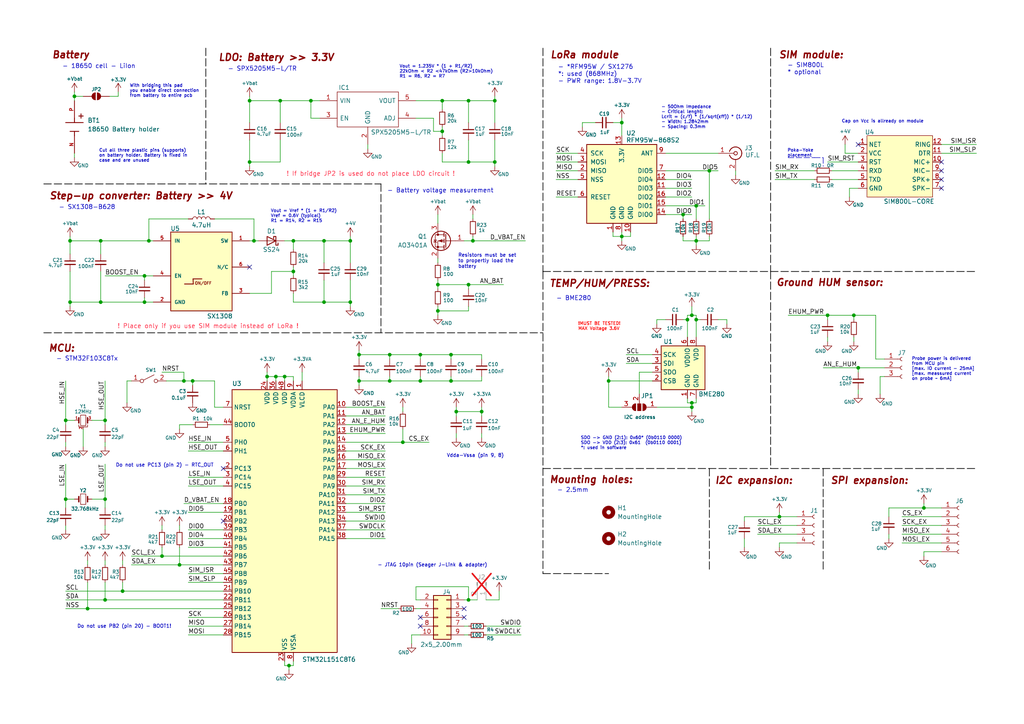
<source format=kicad_sch>
(kicad_sch (version 20250114) (generator "eeschema") (generator_version "9.0")
  (paper "A4")
  (title_block (title "Greenhouse LoRa node (SIM)") (date "2025-05-24") (rev "4.0") (company "Tinta T."))
  (lib_symbols
    (symbol "18650:18650 Battery holder" (pin_names (offset 1.016))
      (property "Reference" "BT" (at -3.81 3.81 0))
      (property "Value" "18650 Battery holder" (at -3.81 -5.08 0))
      (symbol "18650 Battery holder_0_0"
        (pin passive line (at -7.62 0 0) (length 5.08) (name "~") (number "P"))
        (pin passive line (at 7.62 0 180) (length 5.08) (name "~") (number "N"))
      )
    )
    (symbol "Connector:Conn_01x02_Pin" (pin_names (offset 1.016) (hide yes))
      (property "Reference" "J" (at 0 2.54 0))
      (property "Value" "Conn_01x02_Pin" (at 0 -5.08 0))
      (symbol "Conn_01x02_Pin_1_1"
        (pin passive line (at 5.08 0 180) (length 3.81) (name "Pin_1") (number "1"))
        (pin passive line (at 5.08 -2.54 180) (length 3.81) (name "Pin_2") (number "2"))
      )
    )
    (symbol "Connector:Conn_01x03_Socket" (pin_names (offset 1.016) (hide yes))
      (property "Reference" "J" (at 0 5.08 0))
      (property "Value" "Conn_01x03_Socket" (at 0 -5.08 0))
      (symbol "Conn_01x03_Socket_1_1"
        (pin passive line (at -5.08 2.54 0) (length 3.81) (name "Pin_1") (number "1"))
        (pin passive line (at -5.08 0 0) (length 3.81) (name "Pin_2") (number "2"))
        (pin passive line (at -5.08 -2.54 0) (length 3.81) (name "Pin_3") (number "3"))
      )
    )
    (symbol "Connector:Conn_01x04_Socket" (pin_names (offset 1.016) (hide yes))
      (property "Reference" "J" (at 0 5.08 0))
      (property "Value" "Conn_01x04_Socket" (at 0 -7.62 0))
      (symbol "Conn_01x04_Socket_1_1"
        (pin passive line (at -5.08 2.54 0) (length 3.81) (name "Pin_1") (number "1"))
        (pin passive line (at -5.08 0 0) (length 3.81) (name "Pin_2") (number "2"))
        (pin passive line (at -5.08 -2.54 0) (length 3.81) (name "Pin_3") (number "3"))
        (pin passive line (at -5.08 -5.08 0) (length 3.81) (name "Pin_4") (number "4"))
      )
    )
    (symbol "Connector:Conn_01x06_Socket" (pin_names (offset 1.016) (hide yes))
      (property "Reference" "J" (at 0 7.62 0))
      (property "Value" "Conn_01x06_Socket" (at 0 -10.16 0))
      (symbol "Conn_01x06_Socket_1_1"
        (pin passive line (at -5.08 5.08 0) (length 3.81) (name "Pin_1") (number "1"))
        (pin passive line (at -5.08 2.54 0) (length 3.81) (name "Pin_2") (number "2"))
        (pin passive line (at -5.08 0 0) (length 3.81) (name "Pin_3") (number "3"))
        (pin passive line (at -5.08 -2.54 0) (length 3.81) (name "Pin_4") (number "4"))
        (pin passive line (at -5.08 -5.08 0) (length 3.81) (name "Pin_5") (number "5"))
        (pin passive line (at -5.08 -7.62 0) (length 3.81) (name "Pin_6") (number "6"))
      )
    )
    (symbol "Connector:Conn_Coaxial" (pin_names (offset 1.016) (hide yes))
      (property "Reference" "J" (at 0.254 3.048 0))
      (property "Value" "Conn_Coaxial" (at 2.921 0 90))
      (symbol "Conn_Coaxial_1_1"
        (pin passive line (at -5.08 0 0) (length 2.54) (name "In") (number "1"))
        (pin passive line (at 0 -5.08 90) (length 2.54) (name "Ext") (number "2"))
      )
    )
    (symbol "Connector_Generic:Conn_02x05_Odd_Even" (pin_names (offset 1.016) (hide yes))
      (property "Reference" "J" (at 1.27 7.62 0))
      (property "Value" "Conn_02x05_Odd_Even" (at 1.27 -7.62 0))
      (symbol "Conn_02x05_Odd_Even_1_1"
        (pin passive line (at -5.08 5.08 0) (length 3.81) (name "Pin_1") (number "1"))
        (pin passive line (at -5.08 2.54 0) (length 3.81) (name "Pin_3") (number "3"))
        (pin passive line (at -5.08 0 0) (length 3.81) (name "Pin_5") (number "5"))
        (pin passive line (at -5.08 -2.54 0) (length 3.81) (name "Pin_7") (number "7"))
        (pin passive line (at -5.08 -5.08 0) (length 3.81) (name "Pin_9") (number "9"))
        (pin passive line (at 7.62 5.08 180) (length 3.81) (name "Pin_2") (number "2"))
        (pin passive line (at 7.62 2.54 180) (length 3.81) (name "Pin_4") (number "4"))
        (pin passive line (at 7.62 0 180) (length 3.81) (name "Pin_6") (number "6"))
        (pin passive line (at 7.62 -2.54 180) (length 3.81) (name "Pin_8") (number "8"))
        (pin passive line (at 7.62 -5.08 180) (length 3.81) (name "Pin_10") (number "10"))
      )
    )
    (symbol "Device:C_Small" (pin_numbers (hide yes)) (pin_names (offset 0.254) (hide yes))
      (property "Reference" "C" (at 0.254 1.778 0))
      (property "Value" "C_Small" (at 0.254 -2.032 0))
      (symbol "C_Small_1_1"
        (pin passive line (at 0 2.54 270) (length 2.032) (name "~") (number "1"))
        (pin passive line (at 0 -2.54 90) (length 2.032) (name "~") (number "2"))
      )
    )
    (symbol "Device:Crystal_GND2_Small" (pin_names (offset 1.016) (hide yes))
      (property "Reference" "Y" (at 0 5.08 0))
      (property "Value" "Crystal_GND2_Small" (at 0 3.175 0))
      (symbol "Crystal_GND2_Small_1_1"
        (pin passive line (at -2.54 0 0) (length 1.27) (name "1") (number "1"))
        (pin passive line (at 0 -2.54 90) (length 0.635) (name "2") (number "2"))
        (pin passive line (at 2.54 0 180) (length 1.27) (name "3") (number "3"))
      )
    )
    (symbol "Device:Crystal_Small" (pin_numbers (hide yes)) (pin_names (offset 1.016) (hide yes))
      (property "Reference" "Y" (at 0 2.54 0))
      (property "Value" "Crystal_Small" (at 0 -2.54 0))
      (symbol "Crystal_Small_1_1"
        (pin passive line (at -2.54 0 0) (length 1.27) (name "1") (number "1"))
        (pin passive line (at 2.54 0 180) (length 1.27) (name "2") (number "2"))
      )
    )
    (symbol "Device:L" (pin_numbers (hide yes)) (pin_names (offset 1.016) (hide yes))
      (property "Reference" "L" (at -1.27 0 90))
      (property "Value" "L" (at 1.905 0 90))
      (symbol "L_1_1"
        (pin passive line (at 0 3.81 270) (length 1.27) (name "1") (number "1"))
        (pin passive line (at 0 -3.81 90) (length 1.27) (name "2") (number "2"))
      )
    )
    (symbol "Device:R_Small" (pin_numbers (hide yes)) (pin_names (offset 0.254) (hide yes))
      (property "Reference" "R" (at 0.762 0.508 0))
      (property "Value" "R_Small" (at 0.762 -1.016 0))
      (symbol "R_Small_1_1"
        (pin passive line (at 0 2.54 270) (length 0.762) (name "~") (number "1"))
        (pin passive line (at 0 -2.54 90) (length 0.762) (name "~") (number "2"))
      )
    )
    (symbol "Diode:SS24" (pin_numbers (hide yes)) (pin_names (offset 1.016) (hide yes))
      (property "Reference" "D" (at 0 2.54 0))
      (property "Value" "SS24" (at 0 -2.54 0))
      (symbol "SS24_1_1"
        (pin passive line (at -3.81 0 0) (length 2.54) (name "K") (number "1"))
        (pin passive line (at 3.81 0 180) (length 2.54) (name "A") (number "2"))
      )
    )
    (symbol "Jumper:SolderJumper_2_Open" (pin_numbers (hide yes)) (pin_names (offset 0) (hide yes)) (in_bom no)
      (property "Reference" "JP" (at 0 2.032 0))
      (property "Value" "SolderJumper_2_Open" (at 0 -2.54 0))
      (symbol "SolderJumper_2_Open_1_1"
        (pin passive line (at -3.81 0 0) (length 2.54) (name "A") (number "1"))
        (pin passive line (at 3.81 0 180) (length 2.54) (name "B") (number "2"))
      )
    )
    (symbol "Jumper:SolderJumper_3_Open" (pin_names (offset 0) (hide yes))
      (property "Reference" "JP" (at -2.54 -2.54 0))
      (property "Value" "SolderJumper_3_Open" (at 0 2.794 0))
      (symbol "SolderJumper_3_Open_1_1"
        (pin passive line (at -5.08 0 0) (length 2.54) (name "A") (number "1"))
        (pin passive line (at 0 -3.81 90) (length 2.54) (name "C") (number "2"))
        (pin passive line (at 5.08 0 180) (length 2.54) (name "B") (number "3"))
      )
    )
    (symbol "MCU_ST_STM32L1:STM32L151C8Tx"
      (property "Reference" "U" (at -15.24 39.37 0))
      (property "Value" "STM32L151C8Tx" (at 7.62 39.37 0))
      (symbol "STM32L151C8Tx_1_1"
        (pin input line (at -17.78 33.02 0) (length 2.54) (name "NRST") (number "7"))
        (pin input line (at -17.78 27.94 0) (length 2.54) (name "BOOT0") (number "44"))
        (pin bidirectional line (at -17.78 22.86 0) (length 2.54) (name "PH0") (number "5"))
        (pin bidirectional line (at -17.78 20.32 0) (length 2.54) (name "PH1") (number "6"))
        (pin bidirectional line (at -17.78 15.24 0) (length 2.54) (name "PC13") (number "2"))
        (pin bidirectional line (at -17.78 12.7 0) (length 2.54) (name "PC14") (number "3"))
        (pin bidirectional line (at -17.78 10.16 0) (length 2.54) (name "PC15") (number "4"))
        (pin bidirectional line (at -17.78 5.08 0) (length 2.54) (name "PB0") (number "18"))
        (pin bidirectional line (at -17.78 2.54 0) (length 2.54) (name "PB1") (number "19"))
        (pin bidirectional line (at -17.78 0 0) (length 2.54) (name "PB2") (number "20"))
        (pin bidirectional line (at -17.78 -2.54 0) (length 2.54) (name "PB3") (number "39"))
        (pin bidirectional line (at -17.78 -5.08 0) (length 2.54) (name "PB4") (number "40"))
        (pin bidirectional line (at -17.78 -7.62 0) (length 2.54) (name "PB5") (number "41"))
        (pin bidirectional line (at -17.78 -10.16 0) (length 2.54) (name "PB6") (number "42"))
        (pin bidirectional line (at -17.78 -12.7 0) (length 2.54) (name "PB7") (number "43"))
        (pin bidirectional line (at -17.78 -15.24 0) (length 2.54) (name "PB8") (number "45"))
        (pin bidirectional line (at -17.78 -17.78 0) (length 2.54) (name "PB9") (number "46"))
        (pin bidirectional line (at -17.78 -20.32 0) (length 2.54) (name "PB10") (number "21"))
        (pin bidirectional line (at -17.78 -22.86 0) (length 2.54) (name "PB11") (number "22"))
        (pin bidirectional line (at -17.78 -25.4 0) (length 2.54) (name "PB12") (number "25"))
        (pin bidirectional line (at -17.78 -27.94 0) (length 2.54) (name "PB13") (number "26"))
        (pin bidirectional line (at -17.78 -30.48 0) (length 2.54) (name "PB14") (number "27"))
        (pin bidirectional line (at -17.78 -33.02 0) (length 2.54) (name "PB15") (number "28"))
        (pin power_in line (at -5.08 40.64 270) (length 2.54) (name "VDD") (number "24"))
        (pin power_in line (at -2.54 40.64 270) (length 2.54) (name "VDD") (number "36"))
        (pin power_in line (at 0 40.64 270) (length 2.54) (name "VDD") (number "48"))
        (pin power_in line (at 0 -40.64 90) (length 2.54) (name "VSS") (number "23"))
        (pin passive line (at 0 -40.64 90) (length 2.54) (hide yes) (name "VSS") (number "35"))
        (pin passive line (at 0 -40.64 90) (length 2.54) (hide yes) (name "VSS") (number "47"))
        (pin power_in line (at 2.54 40.64 270) (length 2.54) (name "VDDA") (number "9"))
        (pin power_in line (at 2.54 -40.64 90) (length 2.54) (name "VSSA") (number "8"))
        (pin power_in line (at 5.08 40.64 270) (length 2.54) (name "VLCD") (number "1"))
        (pin bidirectional line (at 17.78 33.02 180) (length 2.54) (name "PA0") (number "10"))
        (pin bidirectional line (at 17.78 30.48 180) (length 2.54) (name "PA1") (number "11"))
        (pin bidirectional line (at 17.78 27.94 180) (length 2.54) (name "PA2") (number "12"))
        (pin bidirectional line (at 17.78 25.4 180) (length 2.54) (name "PA3") (number "13"))
        (pin bidirectional line (at 17.78 22.86 180) (length 2.54) (name "PA4") (number "14"))
        (pin bidirectional line (at 17.78 20.32 180) (length 2.54) (name "PA5") (number "15"))
        (pin bidirectional line (at 17.78 17.78 180) (length 2.54) (name "PA6") (number "16"))
        (pin bidirectional line (at 17.78 15.24 180) (length 2.54) (name "PA7") (number "17"))
        (pin bidirectional line (at 17.78 12.7 180) (length 2.54) (name "PA8") (number "29"))
        (pin bidirectional line (at 17.78 10.16 180) (length 2.54) (name "PA9") (number "30"))
        (pin bidirectional line (at 17.78 7.62 180) (length 2.54) (name "PA10") (number "31"))
        (pin bidirectional line (at 17.78 5.08 180) (length 2.54) (name "PA11") (number "32"))
        (pin bidirectional line (at 17.78 2.54 180) (length 2.54) (name "PA12") (number "33"))
        (pin bidirectional line (at 17.78 0 180) (length 2.54) (name "PA13") (number "34"))
        (pin bidirectional line (at 17.78 -2.54 180) (length 2.54) (name "PA14") (number "37"))
        (pin bidirectional line (at 17.78 -5.08 180) (length 2.54) (name "PA15") (number "38"))
      )
    )
    (symbol "Mechanical:MountingHole" (pin_names (offset 1.016))
      (property "Reference" "H" (at 0 5.08 0))
      (property "Value" "MountingHole" (at 0 3.175 0))
    )
    (symbol "RF_Module:RFM95W-868S2" (pin_names (offset 1.016))
      (property "Reference" "U" (at -10.414 11.684 0))
      (property "Value" "RFM95W-868S2" (at 1.524 11.43 0))
      (symbol "RFM95W-868S2_1_1"
        (pin input line (at -12.7 7.62 0) (length 2.54) (name "SCK") (number "4"))
        (pin input line (at -12.7 5.08 0) (length 2.54) (name "MOSI") (number "3"))
        (pin output line (at -12.7 2.54 0) (length 2.54) (name "MISO") (number "2"))
        (pin input line (at -12.7 0 0) (length 2.54) (name "NSS") (number "5"))
        (pin bidirectional line (at -12.7 -5.08 0) (length 2.54) (name "RESET") (number "6"))
        (pin power_in line (at -2.54 -15.24 90) (length 2.54) (name "GND") (number "1"))
        (pin power_in line (at 0 12.7 270) (length 2.54) (name "3.3V") (number "13"))
        (pin power_in line (at 0 -15.24 90) (length 2.54) (name "GND") (number "8"))
        (pin power_in line (at 2.54 -15.24 90) (length 2.54) (name "GND") (number "10"))
        (pin bidirectional line (at 12.7 7.62 180) (length 2.54) (name "ANT") (number "9"))
        (pin bidirectional line (at 12.7 2.54 180) (length 2.54) (name "DIO5") (number "7"))
        (pin bidirectional line (at 12.7 0 180) (length 2.54) (name "DIO4") (number "12"))
        (pin bidirectional line (at 12.7 -2.54 180) (length 2.54) (name "DIO3") (number "11"))
        (pin bidirectional line (at 12.7 -5.08 180) (length 2.54) (name "DIO2") (number "16"))
        (pin bidirectional line (at 12.7 -7.62 180) (length 2.54) (name "DIO1") (number "15"))
        (pin bidirectional line (at 12.7 -10.16 180) (length 2.54) (name "DIO0") (number "14"))
      )
    )
    (symbol "SPX5205M5-L-3-3_TR:SPX5205M5-L-3-3_TR" (pin_names (offset 0.762))
      (property "Reference" "IC" (at 5.334 5.588 0))
      (property "Value" "SPX5205M5-L-3-3_TR" (at 5.334 3.81 0))
      (symbol "SPX5205M5-L-3-3_TR_0_0"
        (pin passive line (at 0 0 0) (length 5.08) (name "VIN") (number "1"))
        (pin passive line (at 0 -5.08 0) (length 5.08) (name "EN") (number "3"))
        (pin passive line (at 27.94 0 180) (length 5.08) (name "VOUT") (number "5"))
        (pin passive line (at 27.94 -5.08 180) (length 5.08) (name "ADJ") (number "4"))
      )
      (symbol "SPX5205M5-L-3-3_TR_1_0"
        (pin passive line (at 13.97 -12.7 90) (length 5.08) (name "GND") (number "2"))
      )
    )
    (symbol "SX1308:SX1308" (pin_names (offset 1.016))
      (property "Reference" "U" (at -18.034 15.748 0))
      (property "Value" "SX1308" (at -7.366 -9.652 0))
      (symbol "SX1308_0_0"
        (text "ON/OFF" (at -10.8715 -0.0583 0) (effects (font (size 0.8139 0.8139)) (justify left bottom)))
        (pin bidirectional line (at -22.86 12.7 0) (length 5.08) (name "IN") (number "5"))
        (pin bidirectional line (at -22.86 2.54 0) (length 5.08) (name "EN") (number "4"))
        (pin bidirectional line (at -22.86 -5.08 0) (length 5.08) (name "GND") (number "2"))
        (pin bidirectional line (at 5.08 12.7 180) (length 5.08) (name "SW") (number "1"))
        (pin bidirectional line (at 5.08 5.08 180) (length 5.08) (name "N/C") (number "6"))
        (pin bidirectional line (at 5.08 -2.54 180) (length 5.08) (name "FB") (number "3"))
      )
    )
    (symbol "Sensor_Pressure:BMP280"
      (property "Reference" "U" (at -7.62 10.16 0))
      (property "Value" "BMP280" (at 5.08 10.16 0))
      (symbol "BMP280_1_1"
        (pin input line (at -10.16 5.08 0) (length 2.54) (name "SCK") (number "4"))
        (pin bidirectional line (at -10.16 2.54 0) (length 2.54) (name "SDI") (number "3"))
        (pin bidirectional line (at -10.16 0 0) (length 2.54) (name "SDO") (number "5"))
        (pin input line (at -10.16 -2.54 0) (length 2.54) (name "CSB") (number "2"))
        (pin power_in line (at 0 10.16 270) (length 2.54) (name "VDDIO") (number "6"))
        (pin power_in line (at 0 -7.62 90) (length 2.54) (name "GND") (number "1"))
        (pin power_in line (at 2.54 10.16 270) (length 2.54) (name "VDD") (number "8"))
        (pin power_in line (at 2.54 -7.62 90) (length 2.54) (name "GND") (number "7"))
      )
    )
    (symbol "Switch:SW_SPST" (pin_names (offset 0) (hide yes))
      (property "Reference" "SW" (at 0 3.175 0))
      (property "Value" "SW_SPST" (at 0 -2.54 0))
      (symbol "SW_SPST_1_1"
        (pin passive line (at -5.08 0 0) (length 2.54) (name "A") (number "1"))
        (pin passive line (at 5.08 0 180) (length 2.54) (name "B") (number "2"))
      )
    )
    (symbol "Transistor_FET:AO3401A" (pin_names (hide yes))
      (property "Reference" "Q" (at 5.08 1.905 0))
      (property "Value" "AO3401A" (at 5.08 0 0))
      (symbol "AO3401A_1_1"
        (pin input line (at -5.08 0 0) (length 2.54) (name "G") (number "1"))
        (pin passive line (at 2.54 5.08 270) (length 2.54) (name "D") (number "3"))
        (pin passive line (at 2.54 -5.08 90) (length 2.54) (name "S") (number "2"))
      )
    )
    (symbol "power:+3.3V" (power) (pin_names (offset 0))
      (property "Value" "+3.3V" (at 0 3.556 0))
      (symbol "+3.3V_1_1"
        (pin power_in line (at 0 0 90) (length 0) (hide yes) (name "+3V3") (number "1"))
      )
    )
    (symbol "power:+3.3VA" (power) (pin_names (offset 0))
      (property "Value" "+3.3VA" (at 0 3.556 0))
      (symbol "+3.3VA_1_1"
        (pin power_in line (at 0 0 90) (length 0) (hide yes) (name "+3.3VA") (number "1"))
      )
    )
    (symbol "power:GND" (power) (pin_names (offset 0))
      (property "Value" "GND" (at 0 -3.81 0))
      (symbol "GND_1_1"
        (pin power_in line (at 0 0 270) (length 0) (hide yes) (name "GND") (number "1"))
      )
    )
    (symbol "sim800l-core:SIM800L-CORE"
      (property "Reference" "U" (at -7.62 8.89 0))
      (property "Value" "SIM800L-CORE" (at 0 -12.7 0))
      (symbol "SIM800L-CORE_1_1"
        (pin bidirectional line (at -11.43 5.08 0) (length 2.54) (name "NET") (number "1"))
        (pin power_in line (at -11.43 2.54 0) (length 2.54) (name "VCC") (number "2"))
        (pin input line (at -11.43 0 0) (length 2.54) (name "RST") (number "3"))
        (pin input line (at -11.43 -2.54 0) (length 2.54) (name "RXD") (number "4"))
        (pin output line (at -11.43 -5.08 0) (length 2.54) (name "TXD") (number "5"))
        (pin power_in line (at -11.43 -7.62 0) (length 2.54) (name "GND") (number "6"))
        (pin output line (at 12.7 5.08 180) (length 2.54) (name "RING") (number "12"))
        (pin passive line (at 12.7 2.54 180) (length 2.54) (name "DTR") (number "11"))
        (pin output line (at 12.7 0 180) (length 2.54) (name "MIC+") (number "10"))
        (pin output line (at 12.7 -2.54 180) (length 2.54) (name "MIC-") (number "9"))
        (pin output line (at 12.7 -5.08 180) (length 2.54) (name "SPK+") (number "8"))
        (pin output line (at 12.7 -7.62 180) (length 2.54) (name "SPK-") (number "7"))
      )
    )
  )
  (text "LDO: Battery >> 3.3V" (at 63.246 18.034 0) (effects (font (size 2 2) (thickness 0.4) (bold yes) (italic yes)) (justify left bottom)))
  (text "- SX1308-B628" (at 17.018 60.96 0) (effects (font (size 1.27 1.27)) (justify left bottom)))
  (text "Probe power is delivered\nfrom MCU pin\n[max. IO current - 25mA]\n[max. meassured current \non probe ~ 6mA]" (at 264.414 110.49 0) (effects (font (size 0.9 0.9)) (justify left bottom)))
  (text "- BME280" (at 161.29 87.376 0) (effects (font (size 1.27 1.27)) (justify left bottom)))
  (text "LoRa module" (at 159.512 17.272 0) (effects (font (size 2 2) (thickness 0.4) (bold yes) (italic yes)) (justify left bottom)))
  (text "!MUST BE TESTED!\nMAX Voltage 3.6V" (at 167.64 94.742 0) (effects (font (size 0.9 0.9)) (justify left)))
  (text "With bridging this pad\nyou enable direct connection\nfrom battery to entire pcb" (at 37.592 26.416 0) (effects (font (size 0.9 0.9)) (justify left)))
  (text "Mounting holes:" (at 159.258 140.462 0) (effects (font (size 2 2) (thickness 0.4) (bold yes) (italic yes)) (justify left bottom)))
  (text "Cut all three plastic pins (supports)\non battery holder. Battery is fixed in\ncase and are unused" (at 28.702 45.212 0) (effects (font (size 0.9 0.9)) (justify left)))
  (text "- Battery voltage measurement" (at 112.268 56.134 0) (effects (font (size 1.27 1.27)) (justify left bottom)))
  (text "Vout = 1.235V * (1 + R1/R2)\n22kOhm < R2 <47kOhm (R2>10kOhm)\nR1 = R6, R2 = R7" (at 115.824 20.828 0) (effects (font (size 0.9 0.9)) (justify left)))
  (text "SPI expansion:" (at 240.792 140.716 0) (effects (font (size 2 2) (thickness 0.4) (bold yes) (italic yes)) (justify left bottom)))
  (text "- SIM800L\n* optional" (at 228.346 21.844 0) (effects (font (size 1.27 1.27)) (justify left bottom)))
  (text "Do not use PC13 (pin 2) - RTC_OUT" (at 33.528 135.636 0) (effects (font (size 1 1)) (justify left bottom)))
  (text "SDO -> GND (2:1): 0x60* (0b0110 0000)\nSDO -> VDD (2:3): 0x61  (0b0110 0001)\n*: used in software" (at 168.402 130.556 0) (effects (font (size 0.9 0.9)) (justify left bottom)))
  (text "- SPX5205M5-L/TR" (at 66.04 20.828 0) (effects (font (size 1.27 1.27)) (justify left bottom)))
  (text "Vdda-Vssa (pin 9, 8)" (at 129.54 132.842 0) (effects (font (size 1 1)) (justify left bottom)))
  (text "Ground HUM sensor:" (at 225.044 83.312 0) (effects (font (size 2 2) (thickness 0.4) (bold yes) (italic yes)) (justify left bottom)))
  (text "- 2.5mm" (at 161.544 143.002 0) (effects (font (size 1.27 1.27)) (justify left bottom)))
  (text "Battery" (at 14.986 17.272 0) (effects (font (size 2 2) (thickness 0.4) (bold yes) (italic yes)) (justify left bottom)))
  (text "! If bridge JP2 is used do not place LDO circuit !" (at 83.058 51.308 0) (effects (font (size 1.27 1.27)) (justify left bottom)))
  (text "Poka-Yoke \nplacement" (at 228.346 45.72 0) (effects (font (size 0.9 0.9)) (justify left bottom)))
  (text "MCU:" (at 13.97 102.362 0) (effects (font (size 2 2) (thickness 0.4) (bold yes) (italic yes)) (justify left bottom)))
  (text "! Place only if you use SIM module instead of LoRa !" (at 34.036 95.504 0) (effects (font (size 1.27 1.27)) (justify left bottom)))
  (text "Cap on Vcc is allready on module" (at 244.094 35.814 0) (effects (font (size 0.9 0.9)) (justify left bottom)))
  (text "- 50Ohm Impedance\n- Critical lenght:\nLcrit = (c/f) * (1/sqrt(εff)) * (1/12)\n- Width: 1.2842mm\n- Spacing: 0.3mm\n" (at 191.77 34.036 0) (effects (font (size 0.9 0.9)) (justify left)))
  (text "Resistors must be set \nto propertly load the\nbattery " (at 132.842 77.978 0) (effects (font (size 1 1)) (justify left bottom)))
  (text "Vout = Vref * (1 + R1/R2)\nVref = 0.6V (typical)\nR1 = R14, R2 = R15" (at 78.486 62.738 0) (effects (font (size 0.9 0.9)) (justify left)))
  (text "- 18650 cell - LiIon" (at 18.034 20.066 0) (effects (font (size 1.27 1.27)) (justify left bottom)))
  (text "Step-up converter: Battery >> 4V" (at 14.224 58.166 0) (effects (font (size 2 2) (thickness 0.4) (bold yes) (italic yes)) (justify left bottom)))
  (text "TEMP/HUM/PRESS:" (at 159.258 83.566 0) (effects (font (size 2 2) (thickness 0.4) (bold yes) (italic yes)) (justify left bottom)))
  (text "Do not use PB2 (pin 20) - BOOT1!" (at 22.352 182.372 0) (effects (font (size 1 1)) (justify left bottom)))
  (text "- STM32F103C8Tx" (at 16.256 104.902 0) (effects (font (size 1.27 1.27)) (justify left bottom)))
  (text "I2C expansion:" (at 207.264 140.716 0) (effects (font (size 2 2) (thickness 0.4) (bold yes) (italic yes)) (justify left bottom)))
  (text "- *RFM95W / SX1276\n*: used (868MHz)\n- PWR range: 1.8V-3.7V" (at 161.798 24.384 0) (effects (font (size 1.27 1.27)) (justify left bottom)))
  (text "- JTAG 10pin (Seager J-Link & adapter)" (at 109.474 164.592 0) (effects (font (size 1 1)) (justify left bottom)))
  (text "SIM module:" (at 225.806 17.272 0) (effects (font (size 2 2) (thickness 0.4) (bold yes) (italic yes)) (justify left bottom)))
  (junction (at 201.93 92.71))
  (junction (at 199.39 92.71))
  (junction (at 90.17 29.21))
  (junction (at 127 90.17))
  (junction (at 41.91 87.63))
  (junction (at 29.21 69.85))
  (junction (at 113.03 102.87))
  (junction (at 240.03 91.44))
  (junction (at 135.89 29.21))
  (junction (at 201.93 59.69))
  (junction (at 19.05 121.92))
  (junction (at 43.18 69.85))
  (junction (at 198.12 62.23))
  (junction (at 73.66 69.85))
  (junction (at 176.53 110.49))
  (junction (at 130.81 110.49))
  (junction (at 180.34 68.58))
  (junction (at 127 82.55))
  (junction (at 30.48 121.92))
  (junction (at 132.334 119.38))
  (junction (at 180.34 35.56))
  (junction (at 53.34 110.49))
  (junction (at 93.98 87.63))
  (junction (at 25.4 176.53))
  (junction (at 247.65 91.44))
  (junction (at 248.92 106.68))
  (junction (at 205.74 49.53))
  (junction (at 20.32 87.63))
  (junction (at 55.88 110.49))
  (junction (at 128.27 29.21))
  (junction (at 226.06 149.86))
  (junction (at 82.55 109.22))
  (junction (at 135.89 173.99))
  (junction (at 52.07 163.83))
  (junction (at 200.66 91.44))
  (junction (at 116.84 128.27))
  (junction (at 139.7 119.38))
  (junction (at 21.59 27.94))
  (junction (at 101.6 69.85))
  (junction (at 85.09 78.74))
  (junction (at 121.92 102.87))
  (junction (at 72.39 29.21))
  (junction (at 19.05 144.78))
  (junction (at 143.51 29.21))
  (junction (at 35.56 171.45))
  (junction (at 137.16 69.85))
  (junction (at 20.32 69.85))
  (junction (at 30.48 173.99))
  (junction (at 121.92 110.49))
  (junction (at 85.09 69.85))
  (junction (at 80.01 109.22))
  (junction (at 29.21 87.63))
  (junction (at 83.82 193.04))
  (junction (at 130.81 102.87))
  (junction (at 72.39 46.99))
  (junction (at 104.14 110.49))
  (junction (at 128.27 38.1))
  (junction (at 46.99 161.29))
  (junction (at 41.91 80.01))
  (junction (at 113.03 110.49))
  (junction (at 201.93 69.85))
  (junction (at 30.48 144.78))
  (junction (at 104.14 102.87))
  (junction (at 93.98 69.85))
  (junction (at 81.28 29.21))
  (junction (at 135.89 82.55))
  (junction (at 135.89 46.99))
  (junction (at 267.97 147.32))
  (junction (at 77.47 109.22))
  (junction (at 200.66 118.11))
  (junction (at 143.51 46.99))
  (junction (at 101.6 87.63))
  (junction (at 200.66 116.84))
  (no_connect (at 273.05 49.53))
  (no_connect (at 64.77 135.89))
  (no_connect (at 134.62 179.07))
  (no_connect (at 72.39 77.47))
  (no_connect (at 273.05 54.61))
  (no_connect (at 134.62 176.53))
  (no_connect (at 64.77 151.13))
  (no_connect (at 273.05 52.07))
  (no_connect (at 121.92 181.61))
  (no_connect (at 273.05 46.99))
  (no_connect (at 248.92 41.91))
  (no_connect (at 121.92 179.07))
  (wire (pts (xy 54.61 63.5) (xy 43.18 63.5)))
  (wire (pts (xy 134.62 69.85) (xy 137.16 69.85)))
  (wire (pts (xy 198.12 92.71) (xy 199.39 92.71)))
  (wire (pts (xy 100.33 123.19) (xy 111.76 123.19)))
  (wire (pts (xy 100.33 151.13) (xy 111.76 151.13)))
  (wire (pts (xy 46.99 107.95) (xy 53.34 107.95)))
  (wire (pts (xy 135.89 82.55) (xy 146.05 82.55)))
  (wire (pts (xy 41.91 80.01) (xy 41.91 81.28)))
  (wire (pts (xy 226.06 157.48) (xy 231.14 157.48)))
  (wire (pts (xy 261.62 152.4) (xy 273.05 152.4)))
  (wire (pts (xy 72.39 46.99) (xy 72.39 48.26)))
  (wire (pts (xy 106.68 41.91) (xy 106.68 43.18)))
  (wire (pts (xy 72.39 35.56) (xy 72.39 29.21)))
  (polyline (pts (xy 157.48 166.37) (xy 176.53 166.37)) (stroke (width 0.2) (type dash) (color 0 0 0 1)))
  (wire (pts (xy 261.62 149.86) (xy 273.05 149.86)))
  (wire (pts (xy 73.66 63.5) (xy 73.66 69.85)))
  (wire (pts (xy 116.84 118.11) (xy 116.84 119.38)))
  (wire (pts (xy 144.78 173.99) (xy 144.78 171.45)))
  (wire (pts (xy 240.03 91.44) (xy 240.03 92.71)))
  (wire (pts (xy 55.88 110.49) (xy 62.23 110.49)))
  (wire (pts (xy 200.66 119.38) (xy 200.66 118.11)))
  (wire (pts (xy 199.39 91.44) (xy 199.39 92.71)))
  (wire (pts (xy 200.66 116.84) (xy 201.93 116.84)))
  (wire (pts (xy 201.93 59.69) (xy 201.93 63.5)))
  (wire (pts (xy 21.59 27.94) (xy 24.13 27.94)))
  (wire (pts (xy 130.81 110.49) (xy 139.7 110.49)))
  (wire (pts (xy 180.34 68.58) (xy 180.34 69.85)))
  (wire (pts (xy 21.59 26.67) (xy 21.59 27.94)))
  (wire (pts (xy 135.89 40.64) (xy 135.89 46.99)))
  (polyline (pts (xy 228.6 45.72) (xy 236.22 45.72)) (stroke (width 0) (type dash)))
  (wire (pts (xy 240.03 97.79) (xy 240.03 99.06)))
  (wire (pts (xy 200.66 116.84) (xy 200.66 118.11)))
  (wire (pts (xy 20.32 78.74) (xy 20.32 87.63)))
  (wire (pts (xy 256.54 104.14) (xy 254 104.14)))
  (wire (pts (xy 53.34 107.95) (xy 53.34 110.49)))
  (wire (pts (xy 201.93 68.58) (xy 201.93 69.85)))
  (wire (pts (xy 240.03 91.44) (xy 247.65 91.44)))
  (wire (pts (xy 127 81.28) (xy 127 82.55)))
  (wire (pts (xy 19.05 110.49) (xy 19.05 121.92)))
  (polyline (pts (xy 238.76 135.89) (xy 238.76 165.1)) (stroke (width 0.2) (type dash) (color 0 0 0 1)))
  (wire (pts (xy 143.51 29.21) (xy 143.51 35.56)))
  (wire (pts (xy 83.82 193.04) (xy 83.82 194.31)))
  (wire (pts (xy 82.55 69.85) (xy 85.09 69.85)))
  (wire (pts (xy 267.97 146.05) (xy 267.97 147.32)))
  (wire (pts (xy 101.6 81.28) (xy 101.6 87.63)))
  (wire (pts (xy 80.01 109.22) (xy 82.55 109.22)))
  (wire (pts (xy 31.75 27.94) (xy 34.29 27.94)))
  (wire (pts (xy 215.9 149.86) (xy 226.06 149.86)))
  (wire (pts (xy 30.48 144.78) (xy 30.48 147.32)))
  (polyline (pts (xy 12.7 53.34) (xy 110.49 53.34)) (stroke (width 0.2) (type dash) (color 0 0 0 1)))
  (wire (pts (xy 261.62 154.94) (xy 273.05 154.94)))
  (wire (pts (xy 54.61 153.67) (xy 64.77 153.67)))
  (polyline (pts (xy 157.48 78.74) (xy 157.48 166.37)) (stroke (width 0.2) (type dash) (color 0 0 0 1)))
  (wire (pts (xy 41.91 87.63) (xy 44.45 87.63)))
  (wire (pts (xy 85.09 69.85) (xy 93.98 69.85)))
  (wire (pts (xy 82.55 191.77) (xy 82.55 193.04)))
  (polyline (pts (xy 59.69 13.97) (xy 59.69 53.34)) (stroke (width 0.2) (type dash) (color 0 0 0 1)))
  (wire (pts (xy 248.92 54.61) (xy 246.38 54.61)))
  (wire (pts (xy 161.29 46.99) (xy 167.64 46.99)))
  (wire (pts (xy 255.27 109.22) (xy 255.27 114.3)))
  (wire (pts (xy 241.3 52.07) (xy 248.92 52.07)))
  (wire (pts (xy 81.28 35.56) (xy 81.28 29.21)))
  (wire (pts (xy 127 90.17) (xy 135.89 90.17)))
  (wire (pts (xy 100.33 133.35) (xy 111.76 133.35)))
  (wire (pts (xy 182.88 67.31) (xy 182.88 68.58)))
  (wire (pts (xy 128.27 44.45) (xy 128.27 46.99)))
  (wire (pts (xy 127 62.23) (xy 127 64.77)))
  (wire (pts (xy 213.36 49.53) (xy 213.36 50.8)))
  (wire (pts (xy 82.55 110.49) (xy 82.55 109.22)))
  (wire (pts (xy 245.11 44.45) (xy 248.92 44.45)))
  (wire (pts (xy 168.91 35.56) (xy 168.91 36.83)))
  (wire (pts (xy 43.18 69.85) (xy 44.45 69.85)))
  (wire (pts (xy 54.61 156.21) (xy 64.77 156.21)))
  (polyline (pts (xy 157.48 78.74) (xy 283.21 78.74)) (stroke (width 0.2) (type dash) (color 0 0 0 1)))
  (wire (pts (xy 85.09 87.63) (xy 93.98 87.63)))
  (wire (pts (xy 140.97 184.15) (xy 151.13 184.15)))
  (wire (pts (xy 85.09 69.85) (xy 85.09 72.39)))
  (wire (pts (xy 29.21 78.74) (xy 29.21 87.63)))
  (wire (pts (xy 267.97 160.02) (xy 267.97 161.29)))
  (wire (pts (xy 140.97 173.99) (xy 144.78 173.99)))
  (wire (pts (xy 25.4 162.56) (xy 25.4 163.83)))
  (wire (pts (xy 139.7 109.22) (xy 139.7 110.49)))
  (wire (pts (xy 180.34 34.29) (xy 180.34 35.56)))
  (wire (pts (xy 46.99 161.29) (xy 64.77 161.29)))
  (wire (pts (xy 261.62 157.48) (xy 273.05 157.48)))
  (wire (pts (xy 200.66 91.44) (xy 199.39 91.44)))
  (wire (pts (xy 82.55 193.04) (xy 83.82 193.04)))
  (wire (pts (xy 62.23 110.49) (xy 62.23 118.11)))
  (wire (pts (xy 19.05 121.92) (xy 19.05 123.19)))
  (wire (pts (xy 125.73 34.29) (xy 125.73 38.1)))
  (wire (pts (xy 135.89 82.55) (xy 127 82.55)))
  (wire (pts (xy 238.76 106.68) (xy 248.92 106.68)))
  (wire (pts (xy 121.92 184.15) (xy 119.38 184.15)))
  (wire (pts (xy 247.65 97.79) (xy 247.65 99.06)))
  (polyline (pts (xy 223.52 13.97) (xy 223.52 78.74)) (stroke (width 0.2) (type dash) (color 0 0 0 1)))
  (wire (pts (xy 198.12 62.23) (xy 198.12 63.5)))
  (wire (pts (xy 30.48 80.01) (xy 41.91 80.01)))
  (wire (pts (xy 93.98 81.28) (xy 93.98 87.63)))
  (wire (pts (xy 203.2 92.71) (xy 201.93 92.71)))
  (wire (pts (xy 257.81 149.86) (xy 257.81 147.32)))
  (wire (pts (xy 38.1 161.29) (xy 46.99 161.29)))
  (wire (pts (xy 81.28 40.64) (xy 81.28 46.99)))
  (wire (pts (xy 54.61 138.43) (xy 64.77 138.43)))
  (wire (pts (xy 240.03 46.99) (xy 248.92 46.99)))
  (wire (pts (xy 143.51 40.64) (xy 143.51 46.99)))
  (wire (pts (xy 54.61 140.97) (xy 64.77 140.97)))
  (wire (pts (xy 29.21 69.85) (xy 43.18 69.85)))
  (wire (pts (xy 82.55 109.22) (xy 85.09 109.22)))
  (wire (pts (xy 132.334 119.38) (xy 139.7 119.38)))
  (wire (pts (xy 247.65 91.44) (xy 247.65 92.71)))
  (wire (pts (xy 46.99 158.75) (xy 46.99 161.29)))
  (wire (pts (xy 90.17 34.29) (xy 90.17 29.21)))
  (wire (pts (xy 30.48 173.99) (xy 64.77 173.99)))
  (wire (pts (xy 254 91.44) (xy 247.65 91.44)))
  (wire (pts (xy 139.7 104.14) (xy 139.7 102.87)))
  (wire (pts (xy 226.06 149.86) (xy 231.14 149.86)))
  (wire (pts (xy 193.04 57.15) (xy 200.66 57.15)))
  (wire (pts (xy 193.04 44.45) (xy 208.28 44.45)))
  (wire (pts (xy 201.93 59.69) (xy 204.47 59.69)))
  (wire (pts (xy 85.09 110.49) (xy 85.09 109.22)))
  (wire (pts (xy 52.07 123.19) (xy 52.07 124.46)))
  (wire (pts (xy 143.51 46.99) (xy 143.51 48.26)))
  (polyline (pts (xy 157.48 135.89) (xy 223.52 135.89)) (stroke (width 0.2) (type dash) (color 0 0 0 1)))
  (polyline (pts (xy 223.52 135.89) (xy 283.21 135.89)) (stroke (width 0.2) (type dash) (color 0 0 0 1)))
  (wire (pts (xy 254 91.44) (xy 254 104.14)))
  (wire (pts (xy 100.33 138.43) (xy 111.76 138.43)))
  (wire (pts (xy 72.39 40.64) (xy 72.39 46.99)))
  (wire (pts (xy 181.61 105.41) (xy 189.23 105.41)))
  (wire (pts (xy 273.05 160.02) (xy 267.97 160.02)))
  (wire (pts (xy 113.03 104.14) (xy 113.03 102.87)))
  (wire (pts (xy 198.12 68.58) (xy 198.12 69.85)))
  (wire (pts (xy 62.23 118.11) (xy 64.77 118.11)))
  (wire (pts (xy 26.67 121.92) (xy 30.48 121.92)))
  (wire (pts (xy 78.74 78.74) (xy 85.09 78.74)))
  (wire (pts (xy 100.33 130.81) (xy 111.76 130.81)))
  (wire (pts (xy 30.48 110.49) (xy 30.48 121.92)))
  (wire (pts (xy 161.29 57.15) (xy 167.64 57.15)))
  (wire (pts (xy 55.88 123.19) (xy 52.07 123.19)))
  (wire (pts (xy 26.67 144.78) (xy 30.48 144.78)))
  (polyline (pts (xy 238.76 45.72) (xy 238.76 48.26)) (stroke (width 0) (type dash)))
  (wire (pts (xy 20.32 73.66) (xy 20.32 69.85)))
  (wire (pts (xy 19.05 128.27) (xy 19.05 129.54)))
  (wire (pts (xy 104.14 102.87) (xy 104.14 104.14)))
  (wire (pts (xy 215.9 151.13) (xy 215.9 149.86)))
  (wire (pts (xy 248.92 113.03) (xy 248.92 114.3)))
  (wire (pts (xy 116.84 124.46) (xy 116.84 128.27)))
  (wire (pts (xy 100.33 125.73) (xy 111.76 125.73)))
  (wire (pts (xy 104.14 109.22) (xy 104.14 110.49)))
  (wire (pts (xy 120.65 34.29) (xy 125.73 34.29)))
  (wire (pts (xy 176.53 109.22) (xy 176.53 110.49)))
  (wire (pts (xy 128.27 29.21) (xy 135.89 29.21)))
  (wire (pts (xy 72.39 69.85) (xy 73.66 69.85)))
  (wire (pts (xy 127 74.93) (xy 127 76.2)))
  (wire (pts (xy 54.61 166.37) (xy 64.77 166.37)))
  (wire (pts (xy 24.13 124.46) (xy 24.13 129.54)))
  (wire (pts (xy 161.29 44.45) (xy 167.64 44.45)))
  (wire (pts (xy 85.09 191.77) (xy 85.09 193.04)))
  (wire (pts (xy 176.53 118.11) (xy 180.34 118.11)))
  (wire (pts (xy 54.61 130.81) (xy 64.77 130.81)))
  (wire (pts (xy 215.9 156.21) (xy 215.9 158.75)))
  (wire (pts (xy 130.81 110.49) (xy 121.92 110.49)))
  (wire (pts (xy 80.01 109.22) (xy 80.01 110.49)))
  (wire (pts (xy 53.34 110.49) (xy 55.88 110.49)))
  (wire (pts (xy 121.92 173.99) (xy 120.65 173.99)))
  (wire (pts (xy 41.91 86.36) (xy 41.91 87.63)))
  (wire (pts (xy 54.61 168.91) (xy 64.77 168.91)))
  (wire (pts (xy 208.28 92.71) (xy 210.82 92.71)))
  (wire (pts (xy 77.47 109.22) (xy 77.47 110.49)))
  (wire (pts (xy 85.09 78.74) (xy 85.09 80.01)))
  (wire (pts (xy 121.92 109.22) (xy 121.92 110.49)))
  (wire (pts (xy 199.39 115.57) (xy 199.39 116.84)))
  (wire (pts (xy 29.21 73.66) (xy 29.21 69.85)))
  (polyline (pts (xy 12.7 96.52) (xy 157.48 96.52)) (stroke (width 0.2) (type dash) (color 0 0 0 1)))
  (wire (pts (xy 54.61 181.61) (xy 64.77 181.61)))
  (wire (pts (xy 20.32 68.58) (xy 20.32 69.85)))
  (wire (pts (xy 72.39 46.99) (xy 81.28 46.99)))
  (wire (pts (xy 30.48 121.92) (xy 30.48 123.19)))
  (wire (pts (xy 224.79 52.07) (xy 236.22 52.07)))
  (polyline (pts (xy 223.52 78.74) (xy 223.52 135.89)) (stroke (width 0.2) (type dash) (color 0 0 0 1)))
  (wire (pts (xy 35.56 163.83) (xy 35.56 162.56)))
  (wire (pts (xy 193.04 62.23) (xy 198.12 62.23)))
  (wire (pts (xy 135.89 173.99) (xy 138.43 173.99)))
  (wire (pts (xy 93.98 87.63) (xy 101.6 87.63)))
  (wire (pts (xy 60.96 123.19) (xy 64.77 123.19)))
  (wire (pts (xy 201.93 92.71) (xy 201.93 97.79)))
  (wire (pts (xy 130.81 104.14) (xy 130.81 102.87)))
  (wire (pts (xy 135.89 88.9) (xy 135.89 90.17)))
  (wire (pts (xy 110.49 176.53) (xy 115.57 176.53)))
  (wire (pts (xy 30.48 134.62) (xy 30.48 144.78)))
  (wire (pts (xy 85.09 193.04) (xy 83.82 193.04)))
  (wire (pts (xy 137.16 62.23) (xy 137.16 63.5)))
  (wire (pts (xy 21.59 27.94) (xy 21.59 29.21)))
  (wire (pts (xy 85.09 85.09) (xy 85.09 87.63)))
  (wire (pts (xy 127 90.17) (xy 127 91.44)))
  (wire (pts (xy 135.89 83.82) (xy 135.89 82.55)))
  (wire (pts (xy 30.48 163.83) (xy 30.48 162.56)))
  (wire (pts (xy 121.92 104.14) (xy 121.92 102.87)))
  (wire (pts (xy 224.79 49.53) (xy 236.22 49.53)))
  (wire (pts (xy 30.48 152.4) (xy 30.48 153.67)))
  (wire (pts (xy 54.61 179.07) (xy 64.77 179.07)))
  (wire (pts (xy 176.53 110.49) (xy 176.53 118.11)))
  (wire (pts (xy 119.38 184.15) (xy 119.38 186.69)))
  (wire (pts (xy 54.61 158.75) (xy 64.77 158.75)))
  (wire (pts (xy 54.61 128.27) (xy 64.77 128.27)))
  (wire (pts (xy 19.05 121.92) (xy 21.59 121.92)))
  (wire (pts (xy 190.5 93.98) (xy 190.5 92.71)))
  (wire (pts (xy 226.06 148.59) (xy 226.06 149.86)))
  (wire (pts (xy 161.29 52.07) (xy 167.64 52.07)))
  (wire (pts (xy 120.65 173.99) (xy 120.65 170.18)))
  (wire (pts (xy 53.34 146.05) (xy 64.77 146.05)))
  (wire (pts (xy 210.82 92.71) (xy 210.82 93.98)))
  (wire (pts (xy 77.47 107.95) (xy 77.47 109.22)))
  (wire (pts (xy 101.6 68.58) (xy 101.6 69.85)))
  (wire (pts (xy 104.14 101.6) (xy 104.14 102.87)))
  (wire (pts (xy 128.27 46.99) (xy 135.89 46.99)))
  (wire (pts (xy 180.34 68.58) (xy 182.88 68.58)))
  (wire (pts (xy 132.334 118.11) (xy 132.334 119.38)))
  (wire (pts (xy 127 82.55) (xy 127 83.82)))
  (wire (pts (xy 19.05 152.4) (xy 19.05 153.67)))
  (wire (pts (xy 21.59 144.78) (xy 19.05 144.78)))
  (wire (pts (xy 101.6 69.85) (xy 101.6 76.2)))
  (wire (pts (xy 80.01 109.22) (xy 77.47 109.22)))
  (wire (pts (xy 248.92 106.68) (xy 248.92 107.95)))
  (wire (pts (xy 52.07 152.4) (xy 52.07 153.67)))
  (wire (pts (xy 257.81 147.32) (xy 267.97 147.32)))
  (wire (pts (xy 181.61 102.87) (xy 189.23 102.87)))
  (wire (pts (xy 54.61 148.59) (xy 64.77 148.59)))
  (wire (pts (xy 273.05 41.91) (xy 283.21 41.91)))
  (wire (pts (xy 201.93 69.85) (xy 201.93 71.12)))
  (wire (pts (xy 100.33 146.05) (xy 111.76 146.05)))
  (wire (pts (xy 100.33 156.21) (xy 111.76 156.21)))
  (wire (pts (xy 257.81 154.94) (xy 257.81 156.21)))
  (wire (pts (xy 121.92 110.49) (xy 113.03 110.49)))
  (wire (pts (xy 228.6 91.44) (xy 240.03 91.44)))
  (wire (pts (xy 139.7 102.87) (xy 130.81 102.87)))
  (wire (pts (xy 128.27 31.75) (xy 128.27 29.21)))
  (wire (pts (xy 30.48 128.27) (xy 30.48 129.54)))
  (wire (pts (xy 87.63 107.95) (xy 87.63 110.49)))
  (wire (pts (xy 193.04 49.53) (xy 205.74 49.53)))
  (wire (pts (xy 90.17 29.21) (xy 92.71 29.21)))
  (wire (pts (xy 200.66 88.9) (xy 200.66 91.44)))
  (wire (pts (xy 54.61 184.15) (xy 64.77 184.15)))
  (wire (pts (xy 100.33 128.27) (xy 116.84 128.27)))
  (wire (pts (xy 245.11 41.91) (xy 245.11 44.45)))
  (wire (pts (xy 48.26 110.49) (xy 53.34 110.49)))
  (wire (pts (xy 135.89 29.21) (xy 143.51 29.21)))
  (wire (pts (xy 219.71 154.94) (xy 231.14 154.94)))
  (wire (pts (xy 256.54 109.22) (xy 255.27 109.22)))
  (wire (pts (xy 198.12 69.85) (xy 201.93 69.85)))
  (wire (pts (xy 20.32 87.63) (xy 20.32 88.9)))
  (wire (pts (xy 113.03 110.49) (xy 104.14 110.49)))
  (wire (pts (xy 135.89 170.18) (xy 135.89 173.99)))
  (wire (pts (xy 30.48 168.91) (xy 30.48 173.99)))
  (wire (pts (xy 176.53 110.49) (xy 189.23 110.49)))
  (wire (pts (xy 201.93 91.44) (xy 200.66 91.44)))
  (wire (pts (xy 100.33 135.89) (xy 111.76 135.89)))
  (wire (pts (xy 177.8 67.31) (xy 177.8 68.58)))
  (wire (pts (xy 19.05 173.99) (xy 30.48 173.99)))
  (wire (pts (xy 199.39 116.84) (xy 200.66 116.84)))
  (wire (pts (xy 201.93 69.85) (xy 205.74 69.85)))
  (wire (pts (xy 130.81 109.22) (xy 130.81 110.49)))
  (wire (pts (xy 100.33 120.65) (xy 111.76 120.65)))
  (wire (pts (xy 132.334 119.38) (xy 132.334 120.65)))
  (wire (pts (xy 121.92 102.87) (xy 113.03 102.87)))
  (wire (pts (xy 143.51 27.94) (xy 143.51 29.21)))
  (wire (pts (xy 134.62 173.99) (xy 135.89 173.99)))
  (wire (pts (xy 128.27 38.1) (xy 128.27 39.37)))
  (polyline (pts (xy 157.48 13.97) (xy 157.48 78.74)) (stroke (width 0.2) (type dash) (color 0 0 0 1)))
  (wire (pts (xy 205.74 49.53) (xy 208.28 49.53)))
  (wire (pts (xy 219.71 152.4) (xy 231.14 152.4)))
  (wire (pts (xy 81.28 29.21) (xy 90.17 29.21)))
  (wire (pts (xy 29.21 87.63) (xy 41.91 87.63)))
  (wire (pts (xy 246.38 54.61) (xy 246.38 57.15)))
  (wire (pts (xy 193.04 52.07) (xy 200.66 52.07)))
  (wire (pts (xy 43.18 63.5) (xy 43.18 69.85)))
  (wire (pts (xy 134.62 184.15) (xy 135.89 184.15)))
  (wire (pts (xy 100.33 148.59) (xy 111.76 148.59)))
  (wire (pts (xy 139.7 125.73) (xy 139.7 127)))
  (wire (pts (xy 132.334 125.73) (xy 132.334 127)))
  (wire (pts (xy 120.65 176.53) (xy 121.92 176.53)))
  (wire (pts (xy 120.65 170.18) (xy 135.89 170.18)))
  (polyline (pts (xy 236.22 45.72) (xy 238.76 45.72)) (stroke (width 0) (type dash)))
  (wire (pts (xy 104.14 110.49) (xy 104.14 111.76)))
  (wire (pts (xy 205.74 49.53) (xy 205.74 63.5)))
  (wire (pts (xy 20.32 87.63) (xy 29.21 87.63)))
  (wire (pts (xy 72.39 29.21) (xy 81.28 29.21)))
  (wire (pts (xy 226.06 158.75) (xy 226.06 157.48)))
  (wire (pts (xy 100.33 140.97) (xy 111.76 140.97)))
  (wire (pts (xy 92.71 34.29) (xy 90.17 34.29)))
  (wire (pts (xy 52.07 158.75) (xy 52.07 163.83)))
  (wire (pts (xy 25.4 176.53) (xy 64.77 176.53)))
  (wire (pts (xy 19.05 134.62) (xy 19.05 144.78)))
  (wire (pts (xy 193.04 59.69) (xy 201.93 59.69)))
  (wire (pts (xy 34.29 27.94) (xy 34.29 26.67)))
  (wire (pts (xy 93.98 69.85) (xy 93.98 76.2)))
  (wire (pts (xy 21.59 44.45) (xy 21.59 45.72)))
  (wire (pts (xy 185.42 107.95) (xy 185.42 114.3)))
  (wire (pts (xy 180.34 67.31) (xy 180.34 68.58)))
  (wire (pts (xy 93.98 69.85) (xy 101.6 69.85)))
  (wire (pts (xy 190.5 92.71) (xy 193.04 92.71)))
  (wire (pts (xy 100.33 153.67) (xy 111.76 153.67)))
  (wire (pts (xy 62.23 63.5) (xy 73.66 63.5)))
  (wire (pts (xy 161.29 49.53) (xy 167.64 49.53)))
  (wire (pts (xy 201.93 92.71) (xy 201.93 91.44)))
  (wire (pts (xy 135.89 46.99) (xy 143.51 46.99)))
  (wire (pts (xy 199.39 92.71) (xy 199.39 97.79)))
  (wire (pts (xy 201.93 116.84) (xy 201.93 115.57)))
  (wire (pts (xy 205.74 68.58) (xy 205.74 69.85)))
  (wire (pts (xy 52.07 163.83) (xy 64.77 163.83)))
  (wire (pts (xy 177.8 35.56) (xy 180.34 35.56)))
  (wire (pts (xy 273.05 44.45) (xy 283.21 44.45)))
  (wire (pts (xy 135.89 29.21) (xy 135.89 35.56)))
  (wire (pts (xy 72.39 27.94) (xy 72.39 29.21)))
  (wire (pts (xy 78.74 85.09) (xy 78.74 78.74)))
  (wire (pts (xy 139.7 118.11) (xy 139.7 119.38)))
  (wire (pts (xy 46.99 152.4) (xy 46.99 153.67)))
  (wire (pts (xy 137.16 68.58) (xy 137.16 69.85)))
  (wire (pts (xy 20.32 69.85) (xy 29.21 69.85)))
  (wire (pts (xy 180.34 35.56) (xy 180.34 39.37)))
  (wire (pts (xy 100.33 143.51) (xy 111.76 143.51)))
  (wire (pts (xy 55.88 110.49) (xy 55.88 111.76)))
  (wire (pts (xy 19.05 171.45) (xy 35.56 171.45)))
  (wire (pts (xy 36.83 110.49) (xy 36.83 116.84)))
  (wire (pts (xy 177.8 68.58) (xy 180.34 68.58)))
  (wire (pts (xy 241.3 49.53) (xy 248.92 49.53)))
  (wire (pts (xy 248.92 106.68) (xy 256.54 106.68)))
  (wire (pts (xy 190.5 118.11) (xy 200.66 118.11)))
  (wire (pts (xy 38.1 163.83) (xy 52.07 163.83)))
  (wire (pts (xy 113.03 109.22) (xy 113.03 110.49)))
  (wire (pts (xy 140.97 181.61) (xy 151.13 181.61)))
  (wire (pts (xy 35.56 168.91) (xy 35.56 171.45)))
  (wire (pts (xy 19.05 144.78) (xy 19.05 147.32)))
  (wire (pts (xy 267.97 147.32) (xy 273.05 147.32)))
  (wire (pts (xy 134.62 181.61) (xy 135.89 181.61)))
  (wire (pts (xy 193.04 54.61) (xy 200.66 54.61)))
  (polyline (pts (xy 205.74 135.89) (xy 205.74 165.1)) (stroke (width 0.2) (type dash) (color 0 0 0 1)))
  (wire (pts (xy 19.05 176.53) (xy 25.4 176.53)))
  (wire (pts (xy 41.91 80.01) (xy 44.45 80.01)))
  (polyline (pts (xy 110.49 53.34) (xy 110.49 96.52)) (stroke (width 0.2) (type dash) (color 0 0 0 1)))
  (wire (pts (xy 72.39 85.09) (xy 78.74 85.09)))
  (wire (pts (xy 85.09 77.47) (xy 85.09 78.74)))
  (wire (pts (xy 128.27 29.21) (xy 120.65 29.21)))
  (wire (pts (xy 130.81 102.87) (xy 121.92 102.87)))
  (wire (pts (xy 128.27 36.83) (xy 128.27 38.1)))
  (wire (pts (xy 116.84 128.27) (xy 124.46 128.27)))
  (wire (pts (xy 127 88.9) (xy 127 90.17)))
  (wire (pts (xy 125.73 38.1) (xy 128.27 38.1)))
  (wire (pts (xy 198.12 62.23) (xy 200.66 62.23)))
  (wire (pts (xy 25.4 168.91) (xy 25.4 176.53)))
  (wire (pts (xy 113.03 102.87) (xy 104.14 102.87)))
  (wire (pts (xy 100.33 118.11) (xy 111.76 118.11)))
  (wire (pts (xy 137.16 69.85) (xy 152.4 69.85)))
  (wire (pts (xy 101.6 87.63) (xy 101.6 88.9)))
  (wire (pts (xy 35.56 171.45) (xy 64.77 171.45)))
  (wire (pts (xy 73.66 69.85) (xy 74.93 69.85)))
  (wire (pts (xy 185.42 107.95) (xy 189.23 107.95)))
  (wire (pts (xy 139.7 120.65) (xy 139.7 119.38)))
  (wire (pts (xy 172.72 35.56) (xy 168.91 35.56)))
  (wire (pts (xy 38.1 110.49) (xy 36.83 110.49)))
  (label "DIO0" (at 54.61 153.67 0))
  (label "SWDCLK" (at 111.76 153.67 180))
  (label "LSE_IN" (at 19.05 134.62 270))
  (label "DIO5" (at 208.28 49.53 180))
  (label "SIM_TX" (at 224.79 52.07 0))
  (label "NRST" (at 46.99 107.95 0))
  (label "SCL" (at 181.61 102.87 0))
  (label "RESET" (at 161.29 57.15 0))
  (label "SDA" (at 181.61 105.41 0))
  (label "DIO4" (at 200.66 52.07 180))
  (label "MOSI_EX" (at 111.76 135.89 180))
  (label "MOSI_EX" (at 261.62 157.48 0))
  (label "NRST" (at 110.49 176.53 0))
  (label "BOOST_EN" (at 111.76 118.11 180))
  (label "SCL" (at 19.05 171.45 0))
  (label "MOSI" (at 161.29 46.99 0))
  (label "SCL_EX" (at 38.1 161.29 0))
  (label "MISO_EX" (at 111.76 133.35 180))
  (label "SIM_RST" (at 240.03 46.99 0))
  (label "EHUM_PWR" (at 111.76 125.73 180))
  (label "SIM_RST" (at 111.76 148.59 180))
  (label "HSE_IN" (at 54.61 128.27 0))
  (label "DIO2" (at 111.76 146.05 180))
  (label "DIO1" (at 204.47 59.69 180))
  (label "AN_E_HUM" (at 111.76 123.19 180))
  (label "SDA_EX" (at 219.71 154.94 0))
  (label "SIM_TX" (at 111.76 143.51 180))
  (label "MISO_EX" (at 261.62 154.94 0))
  (label "DIO1" (at 111.76 156.21 180))
  (label "AN_E_HUM" (at 238.76 106.68 0))
  (label "D_VBAT_EN" (at 152.4 69.85 180))
  (label "MISO" (at 54.61 181.61 0))
  (label "NSS" (at 161.29 52.07 0))
  (label "SCK" (at 54.61 179.07 0))
  (label "SCK_EX" (at 111.76 130.81 180))
  (label "SCK_EX" (at 261.62 152.4 0))
  (label "HSE_OUT" (at 54.61 130.81 0))
  (label "DIO3" (at 200.66 54.61 180))
  (label "SIM_ISR" (at 54.61 166.37 0))
  (label "SWDIO" (at 151.13 181.61 180))
  (label "DIO5" (at 54.61 148.59 0))
  (label "SIM_SLP" (at 283.21 44.45 180))
  (label "HSE_IN" (at 19.05 110.49 270))
  (label "LSE_OUT" (at 30.48 134.62 270))
  (label "RESET" (at 111.76 138.43 180))
  (label "SCL_EX" (at 219.71 152.4 0))
  (label "NSS" (at 19.05 176.53 0))
  (label "DIO4" (at 54.61 156.21 0))
  (label "SWDIO" (at 111.76 151.13 180))
  (label "AN_BAT" (at 146.05 82.55 180))
  (label "CS_EX" (at 261.62 149.86 0))
  (label "AN_BAT" (at 111.76 120.65 180))
  (label "MISO" (at 161.29 49.53 0))
  (label "D_VBAT_EN" (at 53.34 146.05 0))
  (label "SWDCLK" (at 151.13 184.15 180))
  (label "DIO3" (at 54.61 158.75 0))
  (label "SIM_RX" (at 111.76 140.97 180))
  (label "LSE_IN" (at 54.61 138.43 0))
  (label "DIO0" (at 200.66 62.23 180))
  (label "SDA_EX" (at 38.1 163.83 0))
  (label "EHUM_PWR" (at 228.6 91.44 0))
  (label "MOSI" (at 54.61 184.15 0))
  (label "BOOST_EN" (at 30.48 80.01 0))
  (label "SCK" (at 161.29 44.45 0))
  (label "HSE_OUT" (at 30.48 110.49 270))
  (label "SIM_RX" (at 224.79 49.53 0))
  (label "LSE_OUT" (at 54.61 140.97 0))
  (label "SIM_ISR" (at 283.21 41.91 180))
  (label "CS_EX" (at 124.46 128.27 180))
  (label "SDA" (at 19.05 173.99 0))
  (label "SIM_SLP" (at 54.61 168.91 0))
  (label "DIO2" (at 200.66 57.15 180))
  (symbol (lib_id "Device:C_Small") (at 205.74 92.71 90) (unit 1)
    (property "Reference" "C2" (at 207.1242 89.8559 90) (effects (font (size 1 1)) (justify left)))
    (property "Value" "100nF" (at 208.28 95.25 90) (effects (font (size 1 1)) (justify left)))
    (property "Footprint" "Capacitor_SMD:C_0603_1608Metric" (effects (hide yes)))
  )
  (symbol (lib_id "power:GND") (at 104.14 111.76 0) (unit 1)
    (property "Reference" "#PWR016" (effects (hide yes)))
    (property "Value" "GND" (at 106.934 114.046 0) (effects (font (size 1 1))))
  )
  (symbol (lib_id "Device:R_Small") (at 127 78.74 180) (unit 1)
    (property "Reference" "R8" (at 130.556 77.978 0) (effects (font (size 1 1)) (justify left)))
    (property "Value" "100" (at 131.572 79.502 0) (effects (font (size 1 1)) (justify left)))
    (property "Footprint" "Resistor_SMD:R_0603_1608Metric" (effects (hide yes)))
  )
  (symbol (lib_id "Device:C_Small") (at 139.7 123.19 0) (unit 1)
    (property "Reference" "C12" (at 141.478 122.174 0) (effects (font (size 1 1)) (justify left)))
    (property "Value" "10nF" (at 141.478 124.206 0) (effects (font (size 1 1)) (justify left)))
    (property "Footprint" "Capacitor_SMD:C_0402_1005Metric" (effects (hide yes)))
  )
  (symbol (lib_id "power:GND") (at 215.9 158.75 0) (unit 1)
    (property "Reference" "#PWR055" (effects (hide yes)))
    (property "Value" "GND" (at 217.9454 161.5102 0) (effects (font (size 1 1))))
  )
  (symbol (lib_id "Device:C_Small") (at 81.28 38.1 0) (mirror y) (unit 1)
    (property "Reference" "C15" (at 86.106 37.338 0) (effects (font (size 1 1)) (justify left)))
    (property "Value" "100nF" (at 87.884 39.116 0) (effects (font (size 1 1)) (justify left)))
    (property "Footprint" "Capacitor_SMD:C_0603_1608Metric" (effects (hide yes)))
  )
  (symbol (lib_id "power:GND") (at 83.82 194.31 0) (unit 1)
    (property "Reference" "#PWR021" (effects (hide yes)))
    (property "Value" "GND" (at 81.534 196.85 0) (effects (font (size 1 1))))
  )
  (symbol (lib_id "Device:R_Small") (at 198.12 66.04 180) (unit 1)
    (property "Reference" "R17" (at 196.596 64.516 90) (effects (font (size 1 1)) (justify left)))
    (property "Value" "10k" (at 198.12 64.77 90) (effects (font (size 1 1)) (justify left)))
    (property "Footprint" "Resistor_SMD:R_0603_1608Metric" (effects (hide yes)))
  )
  (symbol (lib_id "power:GND") (at 226.06 158.75 0) (unit 1)
    (property "Reference" "#PWR049" (effects (hide yes)))
    (property "Value" "GND" (at 228.1054 161.5102 0) (effects (font (size 1 1))))
  )
  (symbol (lib_id "RF_Module:RFM95W-868S2") (at 180.34 52.07 0) (unit 1)
    (property "Reference" "U2" (at 181.61 38.608 0) (effects (justify left)))
    (property "Value" "RFM95W-868S2" (at 181.61 40.64 0) (effects (justify left)))
    (property "Footprint" "RF_Module:HOPERF_RFM9XW_SMD" (effects (hide yes)))
    (property "Datasheet" "https://www.hoperf.com/data/upload/portal/20181127/5bfcbea20e9ef.pdf" (effects (hide yes)))
    (property "Description" "Low power long range transceiver module, SPI and parallel interface, 868 MHz, spreading factor 6 to12, bandwidth 7.8 to 500kHz, -111 to -148 dBm, SMD-16, DIP-16" (effects (hide yes)))
  )
  (symbol (lib_id "Device:R_Small") (at 118.11 176.53 270) (mirror x) (unit 1)
    (property "Reference" "R2" (at 113.792 177.8 90) (effects (font (size 1 1)) (justify left)))
    (property "Value" "100" (at 119.6066 176.6687 90) (effects (font (size 1 1)) (justify right)))
    (property "Footprint" "Resistor_SMD:R_0603_1608Metric" (effects (hide yes)))
  )
  (symbol (lib_id "Jumper:SolderJumper_3_Open") (at 185.42 118.11 180) (unit 1)
    (property "Reference" "JP1" (at 187.706 114.808 0))
    (property "Value" "I2C address" (at 185.5757 120.9614 0) (effects (font (size 1 1))))
    (property "Footprint" "Jumper:SolderJumper-3_P1.3mm_Open_RoundedPad1.0x1.5mm_NumberLabels" (effects (hide yes)))
  )
  (symbol (lib_id "power:+3.3V") (at 25.4 162.56 0) (unit 1)
    (property "Reference" "#PWR059" (effects (hide yes)))
    (property "Value" "+3.3V" (at 25.4 158.75 0) (effects (font (size 1 1))))
  )
  (symbol (lib_id "power:GND") (at 201.93 71.12 0) (unit 1)
    (property "Reference" "#PWR061" (effects (hide yes)))
    (property "Value" "GND" (at 204.47 73.406 0) (effects (font (size 1 1))))
  )
  (symbol (lib_id "Device:C_Small") (at 143.51 38.1 0) (mirror y) (unit 1)
    (property "Reference" "C18" (at 148.336 37.338 0) (effects (font (size 1 1)) (justify left)))
    (property "Value" "10nF" (at 149.098 38.862 0) (effects (font (size 1 1)) (justify left)))
    (property "Footprint" "Capacitor_SMD:C_0603_1608Metric" (effects (hide yes)))
  )
  (symbol (lib_id "Device:R_Small") (at 116.84 121.92 0) (unit 1)
    (property "Reference" "R16" (at 112.776 121.412 0) (effects (font (size 1 1)) (justify left)))
    (property "Value" "10k" (at 112.776 122.936 0) (effects (font (size 1 1)) (justify left)))
    (property "Footprint" "Resistor_SMD:R_0603_1608Metric" (effects (hide yes)))
  )
  (symbol (lib_id "Device:R_Small") (at 85.09 82.55 180) (unit 1)
    (property "Reference" "R15" (at 89.408 81.788 0) (effects (font (size 1 1)) (justify left)))
    (property "Value" "3k2" (at 89.408 83.312 0) (effects (font (size 1 1)) (justify left)))
    (property "Footprint" "Resistor_SMD:R_0603_1608Metric" (effects (hide yes)))
  )
  (symbol (lib_id "power:+3.3V") (at 137.16 62.23 0) (unit 1)
    (property "Reference" "#PWR045" (effects (hide yes)))
    (property "Value" "+Vbat" (at 137.16 58.42 0) (effects (font (size 1 1))))
  )
  (symbol (lib_id "power:GND") (at 19.05 153.67 0) (unit 1)
    (property "Reference" "#PWR022" (effects (hide yes)))
    (property "Value" "GND" (at 16.51 155.956 0) (effects (font (size 1 1))))
  )
  (symbol (lib_id "Device:R_Small") (at 127 86.36 180) (unit 1)
    (property "Reference" "R9" (at 130.556 85.598 0) (effects (font (size 1 1)) (justify left)))
    (property "Value" "100" (at 131.572 87.122 0) (effects (font (size 1 1)) (justify left)))
    (property "Footprint" "Resistor_SMD:R_0603_1608Metric" (effects (hide yes)))
  )
  (symbol (lib_id "power:GND") (at 106.68 43.18 0) (unit 1)
    (property "Reference" "#PWR026" (effects (hide yes)))
    (property "Value" "GND" (at 109.22 45.466 0) (effects (font (size 1 1))))
  )
  (symbol (lib_id "power:GND") (at 139.7 127 0) (unit 1)
    (property "Reference" "#PWR020" (effects (hide yes)))
    (property "Value" "GND" (at 142.24 129.286 0) (effects (font (size 1 1))))
  )
  (symbol (lib_id "Device:R_Small") (at 30.48 166.37 0) (unit 1)
    (property "Reference" "R12" (at 26.416 165.862 0) (effects (font (size 1 1)) (justify left)))
    (property "Value" "4k7" (at 26.416 167.386 0) (effects (font (size 1 1)) (justify left)))
    (property "Footprint" "Resistor_SMD:R_0603_1608Metric" (effects (hide yes)))
  )
  (symbol (lib_id "Sensor_Pressure:BMP280") (at 199.39 107.95 0) (unit 1)
    (property "Reference" "U1" (at 192.405 99.06 0) (effects (justify left)))
    (property "Value" "BME280" (at 202.565 114.3 0) (effects (justify left)))
    (property "Footprint" "Package_LGA:Bosch_LGA-8_2x2.5mm_P0.65mm_ClockwisePinNumbering" (effects (hide yes)))
    (property "Datasheet" "https://ae-bst.resource.bosch.com/media/_tech/media/datasheets/BST-BMP280-DS001.pdf" (effects (hide yes)))
  )
  (symbol (lib_id "Device:R_Small") (at 138.43 184.15 90) (unit 1)
    (property "Reference" "R5" (at 143.256 185.166 90) (effects (font (size 1 1)) (justify left)))
    (property "Value" "100" (at 139.7617 184.1575 90) (effects (font (size 1 1)) (justify left)))
    (property "Footprint" "Resistor_SMD:R_0603_1608Metric" (effects (hide yes)))
  )
  (symbol (lib_id "power:GND") (at 132.334 127 0) (unit 1)
    (property "Reference" "#PWR018" (effects (hide yes)))
    (property "Value" "GND" (at 134.874 129.286 0) (effects (font (size 1 1))))
  )
  (symbol (lib_id "Device:R_Small") (at 85.09 74.93 180) (unit 1)
    (property "Reference" "R14" (at 89.408 74.168 0) (effects (font (size 1 1)) (justify left)))
    (property "Value" "20k" (at 89.408 75.692 0) (effects (font (size 1 1)) (justify left)))
    (property "Footprint" "Resistor_SMD:R_0603_1608Metric" (effects (hide yes)))
  )
  (symbol (lib_id "power:+3.3V") (at 180.34 34.29 0) (unit 1)
    (property "Reference" "#PWR032" (effects (hide yes)))
    (property "Value" "+3.3V" (at 180.34 30.48 0) (effects (font (size 1 1))))
  )
  (symbol (lib_id "Device:C_Small") (at 72.39 38.1 0) (unit 1)
    (property "Reference" "C16" (at 74.422 37.338 0) (effects (font (size 1 1)) (justify left)))
    (property "Value" "4.7uF" (at 74.422 38.862 0) (effects (font (size 1 1)) (justify left)))
    (property "Footprint" "Capacitor_SMD:C_1206_3216Metric" (effects (hide yes)))
    (property "Description" "Unpolarized capacitor, small symbol" (effects (hide yes)))
  )
  (symbol (lib_id "power:GND") (at 240.03 99.06 0) (mirror y) (unit 1)
    (property "Reference" "#PWR053" (effects (hide yes)))
    (property "Value" "GND" (at 237.9846 101.8202 0) (effects (font (size 1 1))))
  )
  (symbol (lib_id "power:+3.3V") (at 143.51 27.94 0) (unit 1)
    (property "Reference" "#PWR029" (effects (hide yes)))
    (property "Value" "+3.3V" (at 143.51 24.13 0) (effects (font (size 1 1))))
  )
  (symbol (lib_id "power:GND") (at 19.05 129.54 0) (unit 1)
    (property "Reference" "#PWR09" (effects (hide yes)))
    (property "Value" "GND" (at 16.51 131.826 0) (effects (font (size 1 1))))
  )
  (symbol (lib_id "18650:18650 Battery holder") (at 21.59 36.83 270) (unit 1)
    (property "Reference" "BT1" (at 25.4 34.9249 90) (effects (justify left)))
    (property "Value" "18650 Battery holder" (at 25.4 37.4649 90) (effects (justify left)))
    (property "Footprint" "18650:18650 Battery holder" (effects (hide yes)))
    (property "PARTREV" "E" (effects (hide yes)))
    (property "MANUFACTURER" "Keystone" (effects (hide yes)))
    (property "SNAPEDA_PN" "1042" (effects (hide yes)))
    (property "MAXIMUM_PACKAGE_HEIGHT" "15.11mm" (effects (hide yes)))
    (property "STANDARD" "Manufacturer Recommendations" (effects (hide yes)))
  )
  (symbol (lib_id "Device:C_Small") (at 195.58 92.71 90) (unit 1)
    (property "Reference" "C1" (at 196.9642 89.8559 90) (effects (font (size 1 1)) (justify left)))
    (property "Value" "100nF" (at 198.12 95.25 90) (effects (font (size 1 1)) (justify left)))
    (property "Footprint" "Capacitor_SMD:C_0603_1608Metric" (effects (hide yes)))
  )
  (symbol (lib_id "power:+3.3V") (at 226.06 148.59 0) (unit 1)
    (property "Reference" "#PWR042" (effects (hide yes)))
    (property "Value" "+3.3V" (at 226.06 144.78 0) (effects (font (size 1 1))))
  )
  (symbol (lib_id "Jumper:SolderJumper_2_Open") (at 27.94 27.94 0) (unit 1) (in_bom no)
    (property "Reference" "JP2" (at 27.94 25.908 0) (effects (font (size 1 1))))
    (property "Value" "SolderJumper_2_Open" (effects (hide yes)))
    (property "Footprint" "Jumper:SolderJumper-2_P1.3mm_Open_RoundedPad1.0x1.5mm" (effects (hide yes)))
    (property "Description" "Solder Jumper, 2-pole, open" (effects (hide yes)))
  )
  (symbol (lib_id "power:GND") (at 55.88 116.84 0) (unit 1)
    (property "Reference" "#PWR07" (effects (hide yes)))
    (property "Value" "GND" (at 58.42 119.126 0) (effects (font (size 1 1))))
  )
  (symbol (lib_id "Device:R_Small") (at 205.74 66.04 180) (unit 1)
    (property "Reference" "R19" (at 204.216 64.516 90) (effects (font (size 1 1)) (justify left)))
    (property "Value" "10k" (at 205.74 64.516 90) (effects (font (size 1 1)) (justify left)))
    (property "Footprint" "Resistor_SMD:R_0603_1608Metric" (effects (hide yes)))
  )
  (symbol (lib_id "power:GND") (at 36.83 116.84 0) (unit 1)
    (property "Reference" "#PWR06" (effects (hide yes)))
    (property "Value" "GND" (at 39.37 119.126 0) (effects (font (size 1 1))))
  )
  (symbol (lib_id "Device:C_Small") (at 135.89 86.36 0) (mirror y) (unit 1)
    (property "Reference" "C20" (at 140.716 85.598 0) (effects (font (size 1 1)) (justify left)))
    (property "Value" "10nF" (at 141.478 87.122 0) (effects (font (size 1 1)) (justify left)))
    (property "Footprint" "Capacitor_SMD:C_0603_1608Metric" (effects (hide yes)))
  )
  (symbol (lib_id "Device:R_Small") (at 46.99 156.21 0) (unit 1)
    (property "Reference" "R21" (at 42.926 155.702 0) (effects (font (size 1 1)) (justify left)))
    (property "Value" "4k7" (at 42.926 157.226 0) (effects (font (size 1 1)) (justify left)))
    (property "Footprint" "Resistor_SMD:R_0603_1608Metric" (effects (hide yes)))
  )
  (symbol (lib_id "Device:C_Small") (at 93.98 78.74 0) (mirror y) (unit 1)
    (property "Reference" "C25" (at 98.806 77.978 0) (effects (font (size 1 1)) (justify left)))
    (property "Value" "1uF" (at 98.806 79.502 0) (effects (font (size 1 1)) (justify left)))
    (property "Footprint" "Capacitor_SMD:C_0603_1608Metric" (effects (hide yes)))
  )
  (symbol (lib_id "power:GND") (at 119.38 186.69 0) (mirror y) (unit 1)
    (property "Reference" "#PWR012" (effects (hide yes)))
    (property "Value" "GND" (at 117.094 189.23 0) (effects (font (size 1 1))))
  )
  (symbol (lib_id "sim800l-core:SIM800L-CORE") (at 260.35 46.99 0) (unit 1)
    (property "Reference" "U4" (at 252.222 38.354 0))
    (property "Value" "SIM800L-CORE" (at 263.652 58.42 0))
    (property "Footprint" "SIM800L-Core-Module-KiCad-Footprint-main:SIM800L-CORE" (effects (hide yes)))
  )
  (symbol (lib_id "power:GND") (at 200.66 119.38 0) (unit 1)
    (property "Reference" "#PWR04" (effects (hide yes)))
    (property "Value" "GND" (at 202.7054 122.1402 0) (effects (font (size 1 1))))
  )
  (symbol (lib_id "power:+3.3V") (at 245.11 41.91 0) (unit 1)
    (property "Reference" "#PWR038" (effects (hide yes)))
    (property "Value" "+4V" (at 245.11 38.1 0) (effects (font (size 1 1))))
  )
  (symbol (lib_id "power:GND") (at 213.36 50.8 0) (unit 1)
    (property "Reference" "#PWR035" (effects (hide yes)))
    (property "Value" "GND" (at 215.9 53.086 0) (effects (font (size 1 1))))
  )
  (symbol (lib_id "Device:C_Small") (at 19.05 149.86 0) (mirror y) (unit 1)
    (property "Reference" "C13" (at 17.272 148.844 0) (effects (font (size 1 1)) (justify left)))
    (property "Value" "22pF" (at 17.272 150.876 0) (effects (font (size 1 1)) (justify left)))
    (property "Footprint" "Capacitor_SMD:C_0402_1005Metric" (effects (hide yes)))
  )
  (symbol (lib_id "power:+3.3VA") (at 87.63 107.95 0) (unit 1)
    (property "Reference" "#PWR014" (effects (hide yes)))
    (property "Value" "+3.3VA" (at 87.63 104.14 0) (effects (font (size 1 1))))
  )
  (symbol (lib_id "power:+3.3V") (at 46.99 152.4 0) (unit 1)
    (property "Reference" "#PWR027" (effects (hide yes)))
    (property "Value" "+3.3V" (at 46.99 148.59 0) (effects (font (size 1 1))))
  )
  (symbol (lib_id "power:GND") (at 20.32 88.9 0) (unit 1)
    (property "Reference" "#PWR044" (effects (hide yes)))
    (property "Value" "GND" (at 22.86 91.186 0) (effects (font (size 1 1))))
  )
  (symbol (lib_id "Device:R_Small") (at 25.4 166.37 0) (unit 1)
    (property "Reference" "R13" (at 21.336 165.862 0) (effects (font (size 1 1)) (justify left)))
    (property "Value" "10k" (at 21.336 167.386 0) (effects (font (size 1 1)) (justify left)))
    (property "Footprint" "Resistor_SMD:R_0603_1608Metric" (effects (hide yes)))
  )
  (symbol (lib_id "SX1308:SX1308") (at 67.31 82.55 0) (unit 1)
    (property "Reference" "U5" (at 50.8 66.294 0))
    (property "Value" "SX1308" (at 63.754 91.694 0))
    (property "Footprint" "SX1308:SOT-23-6" (effects (hide yes)))
    (property "Description" "Digital Baseband Chip For Indoor Lorawan Pico Gateways" (effects (hide yes)))
    (property "MF" "Semtech Corporation" (effects (hide yes)))
    (property "PACKAGE" "- Semtech Corporation" (effects (hide yes)))
    (property "PRICE" "None" (effects (hide yes)))
    (property "Package" "- Semtech Corporation" (effects (hide yes)))
    (property "Check_prices" "https://www.snapeda.com/parts/SX1308/Semtech/view-part/?ref=eda" (effects (hide yes)))
    (property "Price" "None" (effects (hide yes)))
    (property "SnapEDA_Link" "https://www.snapeda.com/parts/SX1308/Semtech/view-part/?ref=snap" (effects (hide yes)))
    (property "MP" "SX1308" (effects (hide yes)))
    (property "Availability" "Not in stock" (effects (hide yes)))
    (property "AVAILABILITY" "Unavailable" (effects (hide yes)))
    (property "Description_1" "\n                        \n                            SX1308 - Transceiver; LoRa® Evaluation Board\n                        \n" (effects (hide yes)))
  )
  (symbol (lib_id "Device:C_Small") (at 41.91 83.82 0) (unit 1)
    (property "Reference" "C24" (at 37.084 83.058 0) (effects (font (size 1 1)) (justify left)))
    (property "Value" "10nF" (at 36.322 84.582 0) (effects (font (size 1 1)) (justify left)))
    (property "Footprint" "Capacitor_SMD:C_0603_1608Metric" (effects (hide yes)))
  )
  (symbol (lib_id "Device:C_Small") (at 257.81 152.4 0) (mirror y) (unit 1)
    (property "Reference" "C28" (at 255.778 151.892 0) (effects (font (size 1 1)) (justify left)))
    (property "Value" "1uF" (at 255.524 153.416 0) (effects (font (size 1 1)) (justify left)))
    (property "Footprint" "Capacitor_SMD:C_0603_1608Metric" (effects (hide yes)))
  )
  (symbol (lib_id "Device:C_Small") (at 113.03 106.68 0) (unit 1)
    (property "Reference" "C7" (at 114.808 105.664 0) (effects (font (size 1 1)) (justify left)))
    (property "Value" "100nF" (at 114.808 107.696 0) (effects (font (size 1 1)) (justify left)))
    (property "Footprint" "Capacitor_SMD:C_0402_1005Metric" (effects (hide yes)))
  )
  (symbol (lib_id "power:+3.3V") (at 127 62.23 0) (unit 1)
    (property "Reference" "#PWR037" (effects (hide yes)))
    (property "Value" "+Vbat" (at 127 58.42 0) (effects (font (size 1 1))))
  )
  (symbol (lib_id "Device:R_Small") (at 238.76 49.53 270) (unit 1)
    (property "Reference" "R10" (at 235.204 48.006 90) (effects (font (size 1 1)) (justify left)))
    (property "Value" "0R" (at 239.776 48.006 90) (effects (font (size 1 1)) (justify left)))
    (property "Footprint" "Resistor_SMD:R_0603_1608Metric" (effects (hide yes)))
  )
  (symbol (lib_id "Device:C_Small") (at 30.48 149.86 0) (unit 1)
    (property "Reference" "C14" (at 32.258 148.844 0) (effects (font (size 1 1)) (justify left)))
    (property "Value" "22pF" (at 32.258 150.876 0) (effects (font (size 1 1)) (justify left)))
    (property "Footprint" "Capacitor_SMD:C_0402_1005Metric" (effects (hide yes)))
  )
  (symbol (lib_id "power:+3.3V") (at 104.14 101.6 0) (unit 1)
    (property "Reference" "#PWR015" (effects (hide yes)))
    (property "Value" "+3.3V" (at 104.14 97.79 0) (effects (font (size 1 1))))
  )
  (symbol (lib_id "Device:R_Small") (at 138.43 181.61 90) (unit 1)
    (property "Reference" "R4" (at 143.2834 182.6419 90) (effects (font (size 1 1)) (justify left)))
    (property "Value" "100" (at 139.8085 181.6492 90) (effects (font (size 1 1)) (justify left)))
    (property "Footprint" "Resistor_SMD:R_0603_1608Metric" (effects (hide yes)))
  )
  (symbol (lib_id "Device:R_Small") (at 201.93 66.04 180) (unit 1)
    (property "Reference" "R18" (at 200.406 64.516 90) (effects (font (size 1 1)) (justify left)))
    (property "Value" "10k" (at 201.93 64.516 90) (effects (font (size 1 1)) (justify left)))
    (property "Footprint" "Resistor_SMD:R_0603_1608Metric" (effects (hide yes)))
  )
  (symbol (lib_id "Device:R_Small") (at 128.27 41.91 180) (unit 1)
    (property "Reference" "R7" (at 131.826 41.148 0) (effects (font (size 1 1)) (justify left)))
    (property "Value" "12k" (at 132.588 42.672 0) (effects (font (size 1 1)) (justify left)))
    (property "Footprint" "Resistor_SMD:R_0603_1608Metric" (effects (hide yes)))
  )
  (symbol (lib_id "SPX5205M5-L-3-3_TR:SPX5205M5-L-3-3_TR") (at 92.71 29.21 0) (unit 1)
    (property "Reference" "IC1" (at 99.822 25.4 0))
    (property "Value" "SPX5205M5-L/TR" (at 116.332 38.354 0))
    (property "Footprint" "SOT95P280X145-5N" (effects (hide yes)))
    (property "Datasheet" "https://datasheet.datasheetarchive.com/originals/distributors/Datasheets-DGA25/1769290.pdf" (effects (hide yes)))
    (property "Description" "EXAR SPX5205M5-L-3-3/TR, LDO Voltage Regulator, 0.15A, 3.3 V +/-1%, 2.5  16 Vin, 5-Pin SOT-23" (effects (hide yes)))
    (property "Height" "1.45" (effects (hide yes)))
    (property "Manufacturer_Name" "EXAR" (effects (hide yes)))
    (property "Manufacturer_Part_Number" "SPX5205M5-L-3-3/TR" (effects (hide yes)))
    (property "Mouser Part Number" "701-SPX5205M5-L-33TR" (effects (hide yes)))
    (property "Mouser Price/Stock" "https://www.mouser.com/Search/Refine.aspx?Keyword=701-SPX5205M5-L-33TR" (effects (hide yes)))
    (property "Arrow Part Number" "SPX5205M5-L-3-3/TR" (effects (hide yes)))
    (property "Arrow Price/Stock" "https://www.arrow.com/en/products/spx5205m5-l-3-3tr/exar" (effects (hide yes)))
  )
  (symbol (lib_id "Device:C_Small") (at 19.05 125.73 0) (mirror y) (unit 1)
    (property "Reference" "C4" (at 17.272 124.714 0) (effects (font (size 1 1)) (justify left)))
    (property "Value" "22pF" (at 17.272 126.746 0) (effects (font (size 1 1)) (justify left)))
    (property "Footprint" "Capacitor_SMD:C_0402_1005Metric" (effects (hide yes)))
  )
  (symbol (lib_id "Device:C_Small") (at 121.92 106.68 0) (unit 1)
    (property "Reference" "C8" (at 123.698 105.664 0) (effects (font (size 1 1)) (justify left)))
    (property "Value" "100nF" (at 123.698 107.696 0) (effects (font (size 1 1)) (justify left)))
    (property "Footprint" "Capacitor_SMD:C_0402_1005Metric" (effects (hide yes)))
  )
  (symbol (lib_id "power:GND") (at 180.34 69.85 0) (unit 1)
    (property "Reference" "#PWR034" (effects (hide yes)))
    (property "Value" "GND" (at 182.88 72.136 0) (effects (font (size 1 1))))
  )
  (symbol (lib_id "Device:L") (at 58.42 63.5 90) (unit 1)
    (property "Reference" "L1" (at 58.42 61.468 90))
    (property "Value" "4.7uH" (at 58.42 65.278 90))
    (property "Footprint" "Inductor_SMD:L_Cenker_CKCS4020" (effects (hide yes)))
    (property "Description" "Inductor" (effects (hide yes)))
  )
  (symbol (lib_id "power:+3.3V") (at 200.66 88.9 0) (unit 1)
    (property "Reference" "#PWR03" (effects (hide yes)))
    (property "Value" "+3.3V" (at 200.6392 85.4522 0) (effects (font (size 1 1))))
  )
  (symbol (lib_id "power:+3.3V") (at 34.29 26.67 0) (unit 1)
    (property "Reference" "#PWR040" (effects (hide yes)))
    (property "Value" "+3.3V" (at 34.29 23.114 0) (effects (font (size 1 1))))
  )
  (symbol (lib_id "power:GND") (at 127 91.44 0) (unit 1)
    (property "Reference" "#PWR062" (effects (hide yes)))
    (property "Value" "GND" (at 129.54 93.726 0) (effects (font (size 1 1))))
  )
  (symbol (lib_id "Device:C_Small") (at 248.92 110.49 0) (unit 1)
    (property "Reference" "C26" (at 244.094 109.728 0) (effects (font (size 1 1)) (justify left)))
    (property "Value" "10nF" (at 243.332 111.252 0) (effects (font (size 1 1)) (justify left)))
    (property "Footprint" "Capacitor_SMD:C_0603_1608Metric" (effects (hide yes)))
  )
  (symbol (lib_id "power:GND") (at 248.92 114.3 0) (mirror y) (unit 1)
    (property "Reference" "#PWR052" (effects (hide yes)))
    (property "Value" "GND" (at 246.38 116.586 0) (effects (font (size 1 1))))
  )
  (symbol (lib_id "power:+3.3V") (at 52.07 152.4 0) (unit 1)
    (property "Reference" "#PWR036" (effects (hide yes)))
    (property "Value" "+3.3V" (at 52.07 148.59 0) (effects (font (size 1 1))))
  )
  (symbol (lib_id "power:+3.3V") (at 132.334 118.11 0) (unit 1)
    (property "Reference" "#PWR017" (effects (hide yes)))
    (property "Value" "+3.3V" (at 132.334 114.3 0) (effects (font (size 1 1))))
  )
  (symbol (lib_id "power:+3.3V") (at 21.59 26.67 0) (unit 1)
    (property "Reference" "#PWR030" (effects (hide yes)))
    (property "Value" "+Vbat" (at 21.59 22.86 0) (effects (font (size 1 1))))
  )
  (symbol (lib_id "Connector:Conn_Coaxial") (at 213.36 44.45 0) (unit 1)
    (property "Reference" "J3" (at 215.9 42.926 0) (effects (justify left)))
    (property "Value" "UF.L" (at 216.154 44.958 0) (effects (justify left)))
    (property "Footprint" "Connector_Coaxial:U.FL_Molex_MCRF_73412-0110_Vertical" (effects (hide yes)))
    (property "Datasheet" " ~" (effects (hide yes)))
    (property "Description" "coaxial connector (BNC, SMA, SMB, SMC, Cinch/RCA, LEMO, ...)" (effects (hide yes)))
  )
  (symbol (lib_id "power:+3.3V") (at 30.48 162.56 0) (unit 1)
    (property "Reference" "#PWR057" (effects (hide yes)))
    (property "Value" "+3.3V" (at 30.48 158.75 0) (effects (font (size 1 1))))
  )
  (symbol (lib_id "power:+3.3V") (at 144.78 171.45 0) (unit 1)
    (property "Reference" "#PWR056" (effects (hide yes)))
    (property "Value" "+3.3V" (at 144.78 167.64 0) (effects (font (size 1 1))))
  )
  (symbol (lib_id "power:GND") (at 247.65 99.06 0) (mirror y) (unit 1)
    (property "Reference" "#PWR050" (effects (hide yes)))
    (property "Value" "GND" (at 245.6046 101.8202 0) (effects (font (size 1 1))))
  )
  (symbol (lib_id "Connector:Conn_01x03_Socket") (at 261.62 106.68 0) (unit 1)
    (property "Reference" "J7" (at 260.35 102.362 0) (effects (justify left)))
    (property "Value" "Conn_01x03_Socket" (effects (hide yes)))
    (property "Footprint" "Connector_Hirose:Hirose_DF13-03P-1.25DSA_1x03_P1.25mm_Vertical" (effects (hide yes)))
    (property "Description" "Generic connector, single row, 01x03, script generated" (effects (hide yes)))
  )
  (symbol (lib_id "power:GND") (at 30.48 129.54 0) (unit 1)
    (property "Reference" "#PWR011" (effects (hide yes)))
    (property "Value" "GND" (at 28.194 132.08 0) (effects (font (size 1 1))))
  )
  (symbol (lib_id "Device:C_Small") (at 101.6 78.74 0) (mirror y) (unit 1)
    (property "Reference" "C29" (at 106.426 77.978 0) (effects (font (size 1 1)) (justify left)))
    (property "Value" "10nF" (at 107.188 79.502 0) (effects (font (size 1 1)) (justify left)))
    (property "Footprint" "Capacitor_SMD:C_0603_1608Metric" (effects (hide yes)))
  )
  (symbol (lib_id "Device:Crystal_Small") (at 24.13 144.78 0) (unit 1)
    (property "Reference" "Y2" (at 24.13 142.24 0) (effects (font (size 1 1))))
    (property "Value" "32.768kHz" (at 24.638 147.574 0) (effects (font (size 1 1))))
    (property "Footprint" "Crystal:Crystal_SMD_3215-2Pin_3.2x1.5mm" (effects (hide yes)))
    (property "Description" "Two pin crystal, small symbol" (effects (hide yes)))
  )
  (symbol (lib_id "power:GND") (at 143.51 48.26 0) (unit 1)
    (property "Reference" "#PWR028" (effects (hide yes)))
    (property "Value" "GND" (at 146.05 50.546 0) (effects (font (size 1 1))))
  )
  (symbol (lib_id "power:+3.3V") (at 77.47 107.95 0) (unit 1)
    (property "Reference" "#PWR013" (effects (hide yes)))
    (property "Value" "+3.3V" (at 77.47 104.14 0) (effects (font (size 1 1))))
  )
  (symbol (lib_id "Device:C_Small") (at 175.26 35.56 270) (mirror x) (unit 1)
    (property "Reference" "C19" (at 173.736 33.02 90) (effects (font (size 1 1)) (justify left)))
    (property "Value" "1uF" (at 173.99 38.354 90) (effects (font (size 1 1)) (justify left)))
    (property "Footprint" "Capacitor_SMD:C_0603_1608Metric" (effects (hide yes)))
  )
  (symbol (lib_id "Transistor_FET:AO3401A") (at 129.54 69.85 0) (mirror y) (unit 1)
    (property "Reference" "Q1" (at 123.952 68.58 0) (effects (justify left)))
    (property "Value" "AO3401A" (at 123.952 71.12 0) (effects (justify left)))
    (property "Footprint" "Package_TO_SOT_SMD:SOT-23" (effects (hide yes)))
    (property "Datasheet" "http://www.aosmd.com/pdfs/datasheet/AO3401A.pdf" (effects (hide yes)))
    (property "Description" "-4.0A Id, -30V Vds, P-Channel MOSFET, SOT-23" (effects (hide yes)))
  )
  (symbol (lib_id "Switch:SW_SPST") (at 43.18 110.49 0) (unit 1)
    (property "Reference" "SW1" (at 43.815 107.315 0) (effects (font (size 1 1))))
    (property "Value" "SW_SPST" (effects (hide yes)))
    (property "Footprint" "Button_Switch_SMD:SW_Push_1P1T_NO_CK_KMR2" (effects (hide yes)))
  )
  (symbol (lib_id "power:GND") (at 101.6 88.9 0) (unit 1)
    (property "Reference" "#PWR046" (effects (hide yes)))
    (property "Value" "GND" (at 104.14 91.186 0) (effects (font (size 1 1))))
  )
  (symbol (lib_id "power:+3.3V") (at 20.32 68.58 0) (unit 1)
    (property "Reference" "#PWR041" (effects (hide yes)))
    (property "Value" "+Vbat" (at 20.32 64.77 0) (effects (font (size 1 1))))
  )
  (symbol (lib_id "Connector:Conn_01x06_Socket") (at 278.13 152.4 0) (unit 1)
    (property "Reference" "J6" (at 277.114 145.288 0) (effects (justify left)))
    (property "Value" "Conn_01x06_Socket" (effects (hide yes)))
    (property "Footprint" "Connector_Hirose:Hirose_DF13-06P-1.25DSA_1x06_P1.25mm_Vertical" (effects (hide yes)))
    (property "Description" "Generic connector, single row, 01x06, script generated" (effects (hide yes)))
  )
  (symbol (lib_id "power:GND") (at 52.07 124.46 0) (unit 1)
    (property "Reference" "#PWR08" (effects (hide yes)))
    (property "Value" "GND" (at 49.53 127 0) (effects (font (size 1 1))))
  )
  (symbol (lib_id "Device:R_Small") (at 128.27 34.29 180) (unit 1)
    (property "Reference" "R6" (at 131.826 33.528 0) (effects (font (size 1 1)) (justify left)))
    (property "Value" "20k" (at 132.588 35.052 0) (effects (font (size 1 1)) (justify left)))
    (property "Footprint" "Resistor_SMD:R_0603_1608Metric" (effects (hide yes)))
  )
  (symbol (lib_id "Connector:Conn_01x04_Socket") (at 236.22 152.4 0) (unit 1)
    (property "Reference" "J1" (at 234.95 148.082 0) (effects (justify left)))
    (property "Value" "Conn_01x04_Socket" (effects (hide yes)))
    (property "Footprint" "Connector_Hirose:Hirose_DF13-04P-1.25DSA_1x04_P1.25mm_Vertical" (effects (hide yes)))
    (property "Description" "Generic connector, single row, 01x04, script generated" (effects (hide yes)))
  )
  (symbol (lib_id "power:+3.3V") (at 35.56 162.56 0) (unit 1)
    (property "Reference" "#PWR058" (effects (hide yes)))
    (property "Value" "+3.3V" (at 35.56 158.75 0) (effects (font (size 1 1))))
  )
  (symbol (lib_id "power:GND") (at 30.48 153.67 0) (unit 1)
    (property "Reference" "#PWR023" (effects (hide yes)))
    (property "Value" "GND" (at 28.194 156.21 0) (effects (font (size 1 1))))
  )
  (symbol (lib_id "power:GND") (at 190.5 93.98 0) (unit 1)
    (property "Reference" "#PWR02" (effects (hide yes)))
    (property "Value" "GND" (at 190.4531 97.4737 0) (effects (font (size 1 1))))
  )
  (symbol (lib_id "Device:R_Small") (at 238.76 52.07 270) (unit 1)
    (property "Reference" "R11" (at 235.204 53.848 90) (effects (font (size 1 1)) (justify left)))
    (property "Value" "0R" (at 239.776 53.848 90) (effects (font (size 1 1)) (justify left)))
    (property "Footprint" "Resistor_SMD:R_0603_1608Metric" (effects (hide yes)))
  )
  (symbol (lib_id "power:GND") (at 246.38 57.15 0) (unit 1)
    (property "Reference" "#PWR039" (effects (hide yes)))
    (property "Value" "GND" (at 248.92 59.436 0) (effects (font (size 1 1))))
  )
  (symbol (lib_id "power:+3.3V") (at 116.84 118.11 0) (unit 1)
    (property "Reference" "#PWR060" (effects (hide yes)))
    (property "Value" "+3.3V" (at 116.84 114.3 0) (effects (font (size 1 1))))
  )
  (symbol (lib_id "power:GND") (at 210.82 93.98 0) (unit 1)
    (property "Reference" "#PWR05" (effects (hide yes)))
    (property "Value" "GND" (at 210.7731 97.4737 0) (effects (font (size 1 1))))
  )
  (symbol (lib_id "Device:C_Small") (at 215.9 153.67 0) (mirror y) (unit 1)
    (property "Reference" "C27" (at 214.122 152.908 0) (effects (font (size 1 1)) (justify left)))
    (property "Value" "1uF" (at 213.868 154.432 0) (effects (font (size 1 1)) (justify left)))
    (property "Footprint" "Capacitor_SMD:C_0603_1608Metric" (effects (hide yes)))
  )
  (symbol (lib_id "power:GND") (at 24.13 129.54 0) (unit 1)
    (property "Reference" "#PWR010" (effects (hide yes)))
    (property "Value" "GND" (at 21.844 132.08 0) (effects (font (size 1 1))))
  )
  (symbol (lib_id "Diode:SS24") (at 78.74 69.85 180) (unit 1)
    (property "Reference" "D1" (at 78.74 67.056 0))
    (property "Value" "SS24" (at 78.74 72.39 0))
    (property "Footprint" "Diode_SMD:D_SMA" (effects (hide yes)))
    (property "Datasheet" "https://www.vishay.com/docs/88748/ss22.pdf" (effects (hide yes)))
    (property "Description" "40V 2A Schottky Diode, SMA" (effects (hide yes)))
  )
  (symbol (lib_id "Connector_Generic:Conn_02x05_Odd_Even") (at 129.54 179.07 0) (mirror y) (unit 1)
    (property "Reference" "J4" (at 129.54 171.704 0))
    (property "Value" "2x5_2.00mm" (at 128.016 186.944 0))
    (property "Footprint" "Connector_PinHeader_2.00mm:PinHeader_2x05_P2.00mm_Vertical_SMD" (effects (hide yes)))
    (property "Description" "Generic connector, double row, 02x05, odd/even pin numbering scheme (row 1 odd numbers, row 2 even numbers), script generated (kicad-library-utils/schlib/autogen/connector/)" (effects (hide yes)))
  )
  (symbol (lib_id "Device:R_Small") (at 247.65 95.25 0) (unit 1)
    (property "Reference" "R20" (at 243.586 94.742 0) (effects (font (size 1 1)) (justify left)))
    (property "Value" "10k" (at 243.586 96.266 0) (effects (font (size 1 1)) (justify left)))
    (property "Footprint" "Resistor_SMD:R_0603_1608Metric" (effects (hide yes)))
  )
  (symbol (lib_id "Device:C_Small") (at 29.21 76.2 0) (unit 1)
    (property "Reference" "C22" (at 24.384 75.438 0) (effects (font (size 1 1)) (justify left)))
    (property "Value" "100nF" (at 22.606 77.216 0) (effects (font (size 1 1)) (justify left)))
    (property "Footprint" "Capacitor_SMD:C_0603_1608Metric" (effects (hide yes)))
  )
  (symbol (lib_id "Device:Crystal_GND2_Small") (at 24.13 121.92 0) (unit 1)
    (property "Reference" "Y1" (at 24.13 117.856 0) (effects (font (size 1 1))))
    (property "Value" "12MHz" (at 24.13 119.38 0) (effects (font (size 1 1))))
    (property "Footprint" "Crystal:Resonator_SMD_Murata_CSTxExxV-3Pin_3.0x1.1mm" (effects (hide yes)))
  )
  (symbol (lib_id "power:GND") (at 21.59 45.72 0) (unit 1)
    (property "Reference" "#PWR031" (effects (hide yes)))
    (property "Value" "GND" (at 24.13 48.006 0) (effects (font (size 1 1))))
  )
  (symbol (lib_id "Device:R_Small") (at 58.42 123.19 90) (unit 1)
    (property "Reference" "R1" (at 57.912 121.412 90) (effects (font (size 1 1)) (justify left)))
    (property "Value" "10k" (at 61.722 121.412 90) (effects (font (size 1 1)) (justify left)))
    (property "Footprint" "Resistor_SMD:R_0603_1608Metric" (effects (hide yes)))
  )
  (symbol (lib_id "Device:R_Small") (at 35.56 166.37 0) (unit 1)
    (property "Reference" "R3" (at 32.512 165.862 0) (effects (font (size 1 1)) (justify left)))
    (property "Value" "4k7" (at 31.75 167.386 0) (effects (font (size 1 1)) (justify left)))
    (property "Footprint" "Resistor_SMD:R_0603_1608Metric" (effects (hide yes)))
  )
  (symbol (lib_id "Mechanical:MountingHole") (at 176.53 156.21 0) (unit 1)
    (property "Reference" "H2" (at 179.07 154.9399 0) (effects (justify left)))
    (property "Value" "MountingHole" (at 179.07 157.4799 0) (effects (justify left)))
    (property "Footprint" "MountingHole:MountingHole_3.2mm_M3" (effects (hide yes)))
    (property "Description" "Mounting Hole without connection" (effects (hide yes)))
  )
  (symbol (lib_id "power:GND") (at 267.97 161.29 0) (unit 1)
    (property "Reference" "#PWR048" (effects (hide yes)))
    (property "Value" "GND" (at 270.0154 164.0502 0) (effects (font (size 1 1))))
  )
  (symbol (lib_id "Connector:Conn_01x02_Pin") (at 140.97 168.91 270) (unit 1) (dnp yes)
    (property "Reference" "J2" (at 138.43 167.386 90) (effects (justify left)))
    (property "Value" "Conn_01x02_Pin" (effects (hide yes)))
    (property "Footprint" "Connector_PinHeader_2.54mm:PinHeader_1x02_P2.54mm_Vertical" (effects (hide yes)))
  )
  (symbol (lib_id "power:GND") (at 72.39 48.26 0) (unit 1)
    (property "Reference" "#PWR025" (effects (hide yes)))
    (property "Value" "GND" (at 74.93 50.546 0) (effects (font (size 1 1))))
  )
  (symbol (lib_id "Device:C_Small") (at 104.14 106.68 0) (unit 1)
    (property "Reference" "C6" (at 105.918 105.664 0) (effects (font (size 1 1)) (justify left)))
    (property "Value" "4.7uF" (at 105.918 107.696 0) (effects (font (size 1 1)) (justify left)))
    (property "Footprint" "Capacitor_SMD:C_0402_1005Metric" (effects (hide yes)))
  )
  (symbol (lib_id "Device:C_Small") (at 20.32 76.2 0) (mirror y) (unit 1)
    (property "Reference" "C21" (at 18.288 75.438 0) (effects (font (size 1 1)) (justify left)))
    (property "Value" "4.7uF" (at 18.288 76.962 0) (effects (font (size 1 1)) (justify left)))
    (property "Footprint" "Capacitor_SMD:C_1206_3216Metric" (effects (hide yes)))
    (property "Description" "Unpolarized capacitor, small symbol" (effects (hide yes)))
  )
  (symbol (lib_id "Device:R_Small") (at 137.16 66.04 180) (unit 1)
    (property "Reference" "R23" (at 141.224 65.278 0) (effects (font (size 1 1)) (justify left)))
    (property "Value" "1k" (at 140.716 66.802 0) (effects (font (size 1 1)) (justify left)))
    (property "Footprint" "Resistor_SMD:R_0603_1608Metric" (effects (hide yes)))
  )
  (symbol (lib_id "Device:R_Small") (at 52.07 156.21 0) (unit 1)
    (property "Reference" "R22" (at 48.006 155.702 0) (effects (font (size 1 1)) (justify left)))
    (property "Value" "4k7" (at 48.006 157.226 0) (effects (font (size 1 1)) (justify left)))
    (property "Footprint" "Resistor_SMD:R_0603_1608Metric" (effects (hide yes)))
  )
  (symbol (lib_id "MCU_ST_STM32L1:STM32L151C8Tx") (at 82.55 151.13 0) (unit 1)
    (property "Reference" "U3" (at 67.31 111.252 0) (effects (justify left)))
    (property "Value" "STM32L151C8T6" (at 87.63 191.262 0) (effects (justify left)))
    (property "Footprint" "Package_QFP:LQFP-48_7x7mm_P0.5mm" (effects (hide yes)))
    (property "Datasheet" "https://www.st.com/resource/en/datasheet/stm32l151c8.pdf" (effects (hide yes)))
    (property "Description" "STMicroelectronics Arm Cortex-M3 MCU, 64KB flash, 10KB RAM, 32 MHz, 1.65-3.6V, 37 GPIO, LQFP48" (effects (hide yes)))
  )
  (symbol (lib_id "Device:C_Small") (at 30.48 125.73 0) (unit 1)
    (property "Reference" "C5" (at 32.258 124.714 0) (effects (font (size 1 1)) (justify left)))
    (property "Value" "22pF" (at 32.258 126.746 0) (effects (font (size 1 1)) (justify left)))
    (property "Footprint" "Capacitor_SMD:C_0402_1005Metric" (effects (hide yes)))
  )
  (symbol (lib_id "Device:C_Small") (at 55.88 114.3 0) (mirror y) (unit 1)
    (property "Reference" "C3" (at 54.0067 113.4837 0) (effects (font (size 1 1)) (justify left)))
    (property "Value" "0.1uF" (at 54.0067 115.3887 0) (effects (font (size 1 1)) (justify left)))
    (property "Footprint" "Capacitor_SMD:C_0603_1608Metric" (effects (hide yes)))
  )
  (symbol (lib_id "power:+3.3V") (at 267.97 146.05 0) (unit 1)
    (property "Reference" "#PWR043" (effects (hide yes)))
    (property "Value" "+3.3V" (at 267.97 142.24 0) (effects (font (size 1 1))))
  )
  (symbol (lib_id "power:+3.3V") (at 176.53 109.22 0) (unit 1)
    (property "Reference" "#PWR01" (effects (hide yes)))
    (property "Value" "+3.3V" (at 176.5092 105.7722 0) (effects (font (size 1 1))))
  )
  (symbol (lib_id "Device:C_Small") (at 132.334 123.19 0) (unit 1)
    (property "Reference" "C11" (at 134.112 122.174 0) (effects (font (size 1 1)) (justify left)))
    (property "Value" "1uF" (at 134.112 124.206 0) (effects (font (size 1 1)) (justify left)))
    (property "Footprint" "Capacitor_SMD:C_0402_1005Metric" (effects (hide yes)))
  )
  (symbol (lib_id "Device:C_Small") (at 135.89 38.1 0) (mirror y) (unit 1)
    (property "Reference" "C17" (at 140.716 37.338 0) (effects (font (size 1 1)) (justify left)))
    (property "Value" "1uF" (at 140.716 38.862 0) (effects (font (size 1 1)) (justify left)))
    (property "Footprint" "Capacitor_SMD:C_0603_1608Metric" (effects (hide yes)))
  )
  (symbol (lib_id "power:+3.3V") (at 72.39 27.94 0) (unit 1)
    (property "Reference" "#PWR024" (effects (hide yes)))
    (property "Value" "+Vbat" (at 72.39 24.13 0) (effects (font (size 1 1))))
  )
  (symbol (lib_id "power:+3.3V") (at 101.6 68.58 0) (unit 1)
    (property "Reference" "#PWR047" (effects (hide yes)))
    (property "Value" "+4V" (at 101.6 64.77 0) (effects (font (size 1 1))))
  )
  (symbol (lib_id "Device:C_Small") (at 240.03 95.25 0) (unit 1)
    (property "Reference" "C23" (at 234.95 94.742 0) (effects (font (size 1 1)) (justify left)))
    (property "Value" "1uF" (at 234.95 96.266 0) (effects (font (size 1 1)) (justify left)))
    (property "Footprint" "Capacitor_SMD:C_0603_1608Metric" (effects (hide yes)))
  )
  (symbol (lib_id "Device:C_Small") (at 130.81 106.68 0) (unit 1)
    (property "Reference" "C9" (at 132.588 105.664 0) (effects (font (size 1 1)) (justify left)))
    (property "Value" "100nF" (at 132.588 107.696 0) (effects (font (size 1 1)) (justify left)))
    (property "Footprint" "Capacitor_SMD:C_0402_1005Metric" (effects (hide yes)))
  )
  (symbol (lib_id "Mechanical:MountingHole") (at 176.53 148.59 0) (unit 1)
    (property "Reference" "H1" (at 179.07 147.3199 0) (effects (justify left)))
    (property "Value" "MountingHole" (at 179.07 149.8599 0) (effects (justify left)))
    (property "Footprint" "MountingHole:MountingHole_3.2mm_M3" (effects (hide yes)))
    (property "Description" "Mounting Hole without connection" (effects (hide yes)))
  )
  (symbol (lib_id "power:GND") (at 168.91 36.83 0) (unit 1)
    (property "Reference" "#PWR033" (effects (hide yes)))
    (property "Value" "GND" (at 171.45 39.116 0) (effects (font (size 1 1))))
  )
  (symbol (lib_id "power:GND") (at 257.81 156.21 0) (mirror y) (unit 1)
    (property "Reference" "#PWR054" (effects (hide yes)))
    (property "Value" "GND" (at 255.7646 158.9702 0) (effects (font (size 1 1))))
  )
  (symbol (lib_id "power:+3.3VA") (at 139.7 118.11 0) (unit 1)
    (property "Reference" "#PWR019" (effects (hide yes)))
    (property "Value" "+3.3VA" (at 139.7 114.3 0) (effects (font (size 1 1))))
  )
  (symbol (lib_id "Device:C_Small") (at 139.7 106.68 0) (unit 1)
    (property "Reference" "C10" (at 141.478 105.664 0) (effects (font (size 1 1)) (justify left)))
    (property "Value" "100nF" (at 141.478 107.696 0) (effects (font (size 1 1)) (justify left)))
    (property "Footprint" "Capacitor_SMD:C_0402_1005Metric" (effects (hide yes)))
  )
  (symbol (lib_id "power:GND") (at 255.27 114.3 0) (unit 1)
    (property "Reference" "#PWR051" (effects (hide yes)))
    (property "Value" "GND" (at 257.3154 117.0602 0) (effects (font (size 1 1))))
  )
)
</source>
